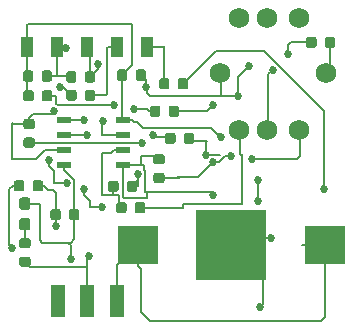
<source format=gtl>
G04 #@! TF.GenerationSoftware,KiCad,Pcbnew,(5.0.2)-1*
G04 #@! TF.CreationDate,2019-06-03T11:30:13-05:00*
G04 #@! TF.ProjectId,ppg,7070672e-6b69-4636-9164-5f7063625858,V01*
G04 #@! TF.SameCoordinates,Original*
G04 #@! TF.FileFunction,Copper,L1,Top*
G04 #@! TF.FilePolarity,Positive*
%FSLAX46Y46*%
G04 Gerber Fmt 4.6, Leading zero omitted, Abs format (unit mm)*
G04 Created by KiCad (PCBNEW (5.0.2)-1) date 6/3/2019 11:30:13 AM*
%MOMM*%
%LPD*%
G01*
G04 APERTURE LIST*
G04 #@! TA.AperFunction,SMDPad,CuDef*
%ADD10R,6.000000X6.000000*%
G04 #@! TD*
G04 #@! TA.AperFunction,SMDPad,CuDef*
%ADD11R,3.500000X3.300000*%
G04 #@! TD*
G04 #@! TA.AperFunction,Conductor*
%ADD12C,0.100000*%
G04 #@! TD*
G04 #@! TA.AperFunction,SMDPad,CuDef*
%ADD13C,0.875000*%
G04 #@! TD*
G04 #@! TA.AperFunction,SMDPad,CuDef*
%ADD14C,0.950000*%
G04 #@! TD*
G04 #@! TA.AperFunction,SMDPad,CuDef*
%ADD15R,1.250000X2.750000*%
G04 #@! TD*
G04 #@! TA.AperFunction,SMDPad,CuDef*
%ADD16R,1.200000X0.500000*%
G04 #@! TD*
G04 #@! TA.AperFunction,ComponentPad*
%ADD17C,1.750000*%
G04 #@! TD*
G04 #@! TA.AperFunction,SMDPad,CuDef*
%ADD18R,1.000000X1.750000*%
G04 #@! TD*
G04 #@! TA.AperFunction,ViaPad*
%ADD19C,0.685800*%
G04 #@! TD*
G04 #@! TA.AperFunction,Conductor*
%ADD20C,0.152400*%
G04 #@! TD*
G04 APERTURE END LIST*
D10*
G04 #@! TO.P,BT1,2*
G04 #@! TO.N,GND*
X125010000Y-112890000D03*
D11*
G04 #@! TO.P,BT1,1*
G04 #@! TO.N,Net-(BT1-Pad1)*
X132910000Y-112890000D03*
X117110000Y-112890000D03*
G04 #@! TD*
D12*
G04 #@! TO.N,/BT_status*
G04 #@! TO.C,R12*
G36*
X116826191Y-107476053D02*
X116847426Y-107479203D01*
X116868250Y-107484419D01*
X116888462Y-107491651D01*
X116907868Y-107500830D01*
X116926281Y-107511866D01*
X116943524Y-107524654D01*
X116959430Y-107539070D01*
X116973846Y-107554976D01*
X116986634Y-107572219D01*
X116997670Y-107590632D01*
X117006849Y-107610038D01*
X117014081Y-107630250D01*
X117019297Y-107651074D01*
X117022447Y-107672309D01*
X117023500Y-107693750D01*
X117023500Y-108206250D01*
X117022447Y-108227691D01*
X117019297Y-108248926D01*
X117014081Y-108269750D01*
X117006849Y-108289962D01*
X116997670Y-108309368D01*
X116986634Y-108327781D01*
X116973846Y-108345024D01*
X116959430Y-108360930D01*
X116943524Y-108375346D01*
X116926281Y-108388134D01*
X116907868Y-108399170D01*
X116888462Y-108408349D01*
X116868250Y-108415581D01*
X116847426Y-108420797D01*
X116826191Y-108423947D01*
X116804750Y-108425000D01*
X116367250Y-108425000D01*
X116345809Y-108423947D01*
X116324574Y-108420797D01*
X116303750Y-108415581D01*
X116283538Y-108408349D01*
X116264132Y-108399170D01*
X116245719Y-108388134D01*
X116228476Y-108375346D01*
X116212570Y-108360930D01*
X116198154Y-108345024D01*
X116185366Y-108327781D01*
X116174330Y-108309368D01*
X116165151Y-108289962D01*
X116157919Y-108269750D01*
X116152703Y-108248926D01*
X116149553Y-108227691D01*
X116148500Y-108206250D01*
X116148500Y-107693750D01*
X116149553Y-107672309D01*
X116152703Y-107651074D01*
X116157919Y-107630250D01*
X116165151Y-107610038D01*
X116174330Y-107590632D01*
X116185366Y-107572219D01*
X116198154Y-107554976D01*
X116212570Y-107539070D01*
X116228476Y-107524654D01*
X116245719Y-107511866D01*
X116264132Y-107500830D01*
X116283538Y-107491651D01*
X116303750Y-107484419D01*
X116324574Y-107479203D01*
X116345809Y-107476053D01*
X116367250Y-107475000D01*
X116804750Y-107475000D01*
X116826191Y-107476053D01*
X116826191Y-107476053D01*
G37*
D13*
G04 #@! TD*
G04 #@! TO.P,R12,1*
G04 #@! TO.N,/BT_status*
X116586000Y-107950000D03*
D12*
G04 #@! TO.N,Net-(R12-Pad2)*
G04 #@! TO.C,R12*
G36*
X115251191Y-107476053D02*
X115272426Y-107479203D01*
X115293250Y-107484419D01*
X115313462Y-107491651D01*
X115332868Y-107500830D01*
X115351281Y-107511866D01*
X115368524Y-107524654D01*
X115384430Y-107539070D01*
X115398846Y-107554976D01*
X115411634Y-107572219D01*
X115422670Y-107590632D01*
X115431849Y-107610038D01*
X115439081Y-107630250D01*
X115444297Y-107651074D01*
X115447447Y-107672309D01*
X115448500Y-107693750D01*
X115448500Y-108206250D01*
X115447447Y-108227691D01*
X115444297Y-108248926D01*
X115439081Y-108269750D01*
X115431849Y-108289962D01*
X115422670Y-108309368D01*
X115411634Y-108327781D01*
X115398846Y-108345024D01*
X115384430Y-108360930D01*
X115368524Y-108375346D01*
X115351281Y-108388134D01*
X115332868Y-108399170D01*
X115313462Y-108408349D01*
X115293250Y-108415581D01*
X115272426Y-108420797D01*
X115251191Y-108423947D01*
X115229750Y-108425000D01*
X114792250Y-108425000D01*
X114770809Y-108423947D01*
X114749574Y-108420797D01*
X114728750Y-108415581D01*
X114708538Y-108408349D01*
X114689132Y-108399170D01*
X114670719Y-108388134D01*
X114653476Y-108375346D01*
X114637570Y-108360930D01*
X114623154Y-108345024D01*
X114610366Y-108327781D01*
X114599330Y-108309368D01*
X114590151Y-108289962D01*
X114582919Y-108269750D01*
X114577703Y-108248926D01*
X114574553Y-108227691D01*
X114573500Y-108206250D01*
X114573500Y-107693750D01*
X114574553Y-107672309D01*
X114577703Y-107651074D01*
X114582919Y-107630250D01*
X114590151Y-107610038D01*
X114599330Y-107590632D01*
X114610366Y-107572219D01*
X114623154Y-107554976D01*
X114637570Y-107539070D01*
X114653476Y-107524654D01*
X114670719Y-107511866D01*
X114689132Y-107500830D01*
X114708538Y-107491651D01*
X114728750Y-107484419D01*
X114749574Y-107479203D01*
X114770809Y-107476053D01*
X114792250Y-107475000D01*
X115229750Y-107475000D01*
X115251191Y-107476053D01*
X115251191Y-107476053D01*
G37*
D13*
G04 #@! TD*
G04 #@! TO.P,R12,2*
G04 #@! TO.N,Net-(R12-Pad2)*
X115011000Y-107950000D03*
D12*
G04 #@! TO.N,/VDD*
G04 #@! TO.C,C2*
G36*
X108045191Y-98146053D02*
X108066426Y-98149203D01*
X108087250Y-98154419D01*
X108107462Y-98161651D01*
X108126868Y-98170830D01*
X108145281Y-98181866D01*
X108162524Y-98194654D01*
X108178430Y-98209070D01*
X108192846Y-98224976D01*
X108205634Y-98242219D01*
X108216670Y-98260632D01*
X108225849Y-98280038D01*
X108233081Y-98300250D01*
X108238297Y-98321074D01*
X108241447Y-98342309D01*
X108242500Y-98363750D01*
X108242500Y-98876250D01*
X108241447Y-98897691D01*
X108238297Y-98918926D01*
X108233081Y-98939750D01*
X108225849Y-98959962D01*
X108216670Y-98979368D01*
X108205634Y-98997781D01*
X108192846Y-99015024D01*
X108178430Y-99030930D01*
X108162524Y-99045346D01*
X108145281Y-99058134D01*
X108126868Y-99069170D01*
X108107462Y-99078349D01*
X108087250Y-99085581D01*
X108066426Y-99090797D01*
X108045191Y-99093947D01*
X108023750Y-99095000D01*
X107586250Y-99095000D01*
X107564809Y-99093947D01*
X107543574Y-99090797D01*
X107522750Y-99085581D01*
X107502538Y-99078349D01*
X107483132Y-99069170D01*
X107464719Y-99058134D01*
X107447476Y-99045346D01*
X107431570Y-99030930D01*
X107417154Y-99015024D01*
X107404366Y-98997781D01*
X107393330Y-98979368D01*
X107384151Y-98959962D01*
X107376919Y-98939750D01*
X107371703Y-98918926D01*
X107368553Y-98897691D01*
X107367500Y-98876250D01*
X107367500Y-98363750D01*
X107368553Y-98342309D01*
X107371703Y-98321074D01*
X107376919Y-98300250D01*
X107384151Y-98280038D01*
X107393330Y-98260632D01*
X107404366Y-98242219D01*
X107417154Y-98224976D01*
X107431570Y-98209070D01*
X107447476Y-98194654D01*
X107464719Y-98181866D01*
X107483132Y-98170830D01*
X107502538Y-98161651D01*
X107522750Y-98154419D01*
X107543574Y-98149203D01*
X107564809Y-98146053D01*
X107586250Y-98145000D01*
X108023750Y-98145000D01*
X108045191Y-98146053D01*
X108045191Y-98146053D01*
G37*
D13*
G04 #@! TD*
G04 #@! TO.P,C2,1*
G04 #@! TO.N,/VDD*
X107805000Y-98620000D03*
D12*
G04 #@! TO.N,GND*
G04 #@! TO.C,C2*
G36*
X109620191Y-98146053D02*
X109641426Y-98149203D01*
X109662250Y-98154419D01*
X109682462Y-98161651D01*
X109701868Y-98170830D01*
X109720281Y-98181866D01*
X109737524Y-98194654D01*
X109753430Y-98209070D01*
X109767846Y-98224976D01*
X109780634Y-98242219D01*
X109791670Y-98260632D01*
X109800849Y-98280038D01*
X109808081Y-98300250D01*
X109813297Y-98321074D01*
X109816447Y-98342309D01*
X109817500Y-98363750D01*
X109817500Y-98876250D01*
X109816447Y-98897691D01*
X109813297Y-98918926D01*
X109808081Y-98939750D01*
X109800849Y-98959962D01*
X109791670Y-98979368D01*
X109780634Y-98997781D01*
X109767846Y-99015024D01*
X109753430Y-99030930D01*
X109737524Y-99045346D01*
X109720281Y-99058134D01*
X109701868Y-99069170D01*
X109682462Y-99078349D01*
X109662250Y-99085581D01*
X109641426Y-99090797D01*
X109620191Y-99093947D01*
X109598750Y-99095000D01*
X109161250Y-99095000D01*
X109139809Y-99093947D01*
X109118574Y-99090797D01*
X109097750Y-99085581D01*
X109077538Y-99078349D01*
X109058132Y-99069170D01*
X109039719Y-99058134D01*
X109022476Y-99045346D01*
X109006570Y-99030930D01*
X108992154Y-99015024D01*
X108979366Y-98997781D01*
X108968330Y-98979368D01*
X108959151Y-98959962D01*
X108951919Y-98939750D01*
X108946703Y-98918926D01*
X108943553Y-98897691D01*
X108942500Y-98876250D01*
X108942500Y-98363750D01*
X108943553Y-98342309D01*
X108946703Y-98321074D01*
X108951919Y-98300250D01*
X108959151Y-98280038D01*
X108968330Y-98260632D01*
X108979366Y-98242219D01*
X108992154Y-98224976D01*
X109006570Y-98209070D01*
X109022476Y-98194654D01*
X109039719Y-98181866D01*
X109058132Y-98170830D01*
X109077538Y-98161651D01*
X109097750Y-98154419D01*
X109118574Y-98149203D01*
X109139809Y-98146053D01*
X109161250Y-98145000D01*
X109598750Y-98145000D01*
X109620191Y-98146053D01*
X109620191Y-98146053D01*
G37*
D13*
G04 #@! TD*
G04 #@! TO.P,C2,2*
G04 #@! TO.N,GND*
X109380000Y-98620000D03*
D12*
G04 #@! TO.N,/VDD*
G04 #@! TO.C,C3*
G36*
X116005191Y-98066053D02*
X116026426Y-98069203D01*
X116047250Y-98074419D01*
X116067462Y-98081651D01*
X116086868Y-98090830D01*
X116105281Y-98101866D01*
X116122524Y-98114654D01*
X116138430Y-98129070D01*
X116152846Y-98144976D01*
X116165634Y-98162219D01*
X116176670Y-98180632D01*
X116185849Y-98200038D01*
X116193081Y-98220250D01*
X116198297Y-98241074D01*
X116201447Y-98262309D01*
X116202500Y-98283750D01*
X116202500Y-98796250D01*
X116201447Y-98817691D01*
X116198297Y-98838926D01*
X116193081Y-98859750D01*
X116185849Y-98879962D01*
X116176670Y-98899368D01*
X116165634Y-98917781D01*
X116152846Y-98935024D01*
X116138430Y-98950930D01*
X116122524Y-98965346D01*
X116105281Y-98978134D01*
X116086868Y-98989170D01*
X116067462Y-98998349D01*
X116047250Y-99005581D01*
X116026426Y-99010797D01*
X116005191Y-99013947D01*
X115983750Y-99015000D01*
X115546250Y-99015000D01*
X115524809Y-99013947D01*
X115503574Y-99010797D01*
X115482750Y-99005581D01*
X115462538Y-98998349D01*
X115443132Y-98989170D01*
X115424719Y-98978134D01*
X115407476Y-98965346D01*
X115391570Y-98950930D01*
X115377154Y-98935024D01*
X115364366Y-98917781D01*
X115353330Y-98899368D01*
X115344151Y-98879962D01*
X115336919Y-98859750D01*
X115331703Y-98838926D01*
X115328553Y-98817691D01*
X115327500Y-98796250D01*
X115327500Y-98283750D01*
X115328553Y-98262309D01*
X115331703Y-98241074D01*
X115336919Y-98220250D01*
X115344151Y-98200038D01*
X115353330Y-98180632D01*
X115364366Y-98162219D01*
X115377154Y-98144976D01*
X115391570Y-98129070D01*
X115407476Y-98114654D01*
X115424719Y-98101866D01*
X115443132Y-98090830D01*
X115462538Y-98081651D01*
X115482750Y-98074419D01*
X115503574Y-98069203D01*
X115524809Y-98066053D01*
X115546250Y-98065000D01*
X115983750Y-98065000D01*
X116005191Y-98066053D01*
X116005191Y-98066053D01*
G37*
D13*
G04 #@! TD*
G04 #@! TO.P,C3,2*
G04 #@! TO.N,/VDD*
X115765000Y-98540000D03*
D12*
G04 #@! TO.N,GND*
G04 #@! TO.C,C3*
G36*
X117580191Y-98066053D02*
X117601426Y-98069203D01*
X117622250Y-98074419D01*
X117642462Y-98081651D01*
X117661868Y-98090830D01*
X117680281Y-98101866D01*
X117697524Y-98114654D01*
X117713430Y-98129070D01*
X117727846Y-98144976D01*
X117740634Y-98162219D01*
X117751670Y-98180632D01*
X117760849Y-98200038D01*
X117768081Y-98220250D01*
X117773297Y-98241074D01*
X117776447Y-98262309D01*
X117777500Y-98283750D01*
X117777500Y-98796250D01*
X117776447Y-98817691D01*
X117773297Y-98838926D01*
X117768081Y-98859750D01*
X117760849Y-98879962D01*
X117751670Y-98899368D01*
X117740634Y-98917781D01*
X117727846Y-98935024D01*
X117713430Y-98950930D01*
X117697524Y-98965346D01*
X117680281Y-98978134D01*
X117661868Y-98989170D01*
X117642462Y-98998349D01*
X117622250Y-99005581D01*
X117601426Y-99010797D01*
X117580191Y-99013947D01*
X117558750Y-99015000D01*
X117121250Y-99015000D01*
X117099809Y-99013947D01*
X117078574Y-99010797D01*
X117057750Y-99005581D01*
X117037538Y-98998349D01*
X117018132Y-98989170D01*
X116999719Y-98978134D01*
X116982476Y-98965346D01*
X116966570Y-98950930D01*
X116952154Y-98935024D01*
X116939366Y-98917781D01*
X116928330Y-98899368D01*
X116919151Y-98879962D01*
X116911919Y-98859750D01*
X116906703Y-98838926D01*
X116903553Y-98817691D01*
X116902500Y-98796250D01*
X116902500Y-98283750D01*
X116903553Y-98262309D01*
X116906703Y-98241074D01*
X116911919Y-98220250D01*
X116919151Y-98200038D01*
X116928330Y-98180632D01*
X116939366Y-98162219D01*
X116952154Y-98144976D01*
X116966570Y-98129070D01*
X116982476Y-98114654D01*
X116999719Y-98101866D01*
X117018132Y-98090830D01*
X117037538Y-98081651D01*
X117057750Y-98074419D01*
X117078574Y-98069203D01*
X117099809Y-98066053D01*
X117121250Y-98065000D01*
X117558750Y-98065000D01*
X117580191Y-98066053D01*
X117580191Y-98066053D01*
G37*
D13*
G04 #@! TD*
G04 #@! TO.P,C3,1*
G04 #@! TO.N,GND*
X117340000Y-98540000D03*
D12*
G04 #@! TO.N,GND*
G04 #@! TO.C,C4*
G36*
X132015191Y-95284053D02*
X132036426Y-95287203D01*
X132057250Y-95292419D01*
X132077462Y-95299651D01*
X132096868Y-95308830D01*
X132115281Y-95319866D01*
X132132524Y-95332654D01*
X132148430Y-95347070D01*
X132162846Y-95362976D01*
X132175634Y-95380219D01*
X132186670Y-95398632D01*
X132195849Y-95418038D01*
X132203081Y-95438250D01*
X132208297Y-95459074D01*
X132211447Y-95480309D01*
X132212500Y-95501750D01*
X132212500Y-96014250D01*
X132211447Y-96035691D01*
X132208297Y-96056926D01*
X132203081Y-96077750D01*
X132195849Y-96097962D01*
X132186670Y-96117368D01*
X132175634Y-96135781D01*
X132162846Y-96153024D01*
X132148430Y-96168930D01*
X132132524Y-96183346D01*
X132115281Y-96196134D01*
X132096868Y-96207170D01*
X132077462Y-96216349D01*
X132057250Y-96223581D01*
X132036426Y-96228797D01*
X132015191Y-96231947D01*
X131993750Y-96233000D01*
X131556250Y-96233000D01*
X131534809Y-96231947D01*
X131513574Y-96228797D01*
X131492750Y-96223581D01*
X131472538Y-96216349D01*
X131453132Y-96207170D01*
X131434719Y-96196134D01*
X131417476Y-96183346D01*
X131401570Y-96168930D01*
X131387154Y-96153024D01*
X131374366Y-96135781D01*
X131363330Y-96117368D01*
X131354151Y-96097962D01*
X131346919Y-96077750D01*
X131341703Y-96056926D01*
X131338553Y-96035691D01*
X131337500Y-96014250D01*
X131337500Y-95501750D01*
X131338553Y-95480309D01*
X131341703Y-95459074D01*
X131346919Y-95438250D01*
X131354151Y-95418038D01*
X131363330Y-95398632D01*
X131374366Y-95380219D01*
X131387154Y-95362976D01*
X131401570Y-95347070D01*
X131417476Y-95332654D01*
X131434719Y-95319866D01*
X131453132Y-95308830D01*
X131472538Y-95299651D01*
X131492750Y-95292419D01*
X131513574Y-95287203D01*
X131534809Y-95284053D01*
X131556250Y-95283000D01*
X131993750Y-95283000D01*
X132015191Y-95284053D01*
X132015191Y-95284053D01*
G37*
D13*
G04 #@! TD*
G04 #@! TO.P,C4,1*
G04 #@! TO.N,GND*
X131775000Y-95758000D03*
D12*
G04 #@! TO.N,/VDD*
G04 #@! TO.C,C4*
G36*
X133590191Y-95284053D02*
X133611426Y-95287203D01*
X133632250Y-95292419D01*
X133652462Y-95299651D01*
X133671868Y-95308830D01*
X133690281Y-95319866D01*
X133707524Y-95332654D01*
X133723430Y-95347070D01*
X133737846Y-95362976D01*
X133750634Y-95380219D01*
X133761670Y-95398632D01*
X133770849Y-95418038D01*
X133778081Y-95438250D01*
X133783297Y-95459074D01*
X133786447Y-95480309D01*
X133787500Y-95501750D01*
X133787500Y-96014250D01*
X133786447Y-96035691D01*
X133783297Y-96056926D01*
X133778081Y-96077750D01*
X133770849Y-96097962D01*
X133761670Y-96117368D01*
X133750634Y-96135781D01*
X133737846Y-96153024D01*
X133723430Y-96168930D01*
X133707524Y-96183346D01*
X133690281Y-96196134D01*
X133671868Y-96207170D01*
X133652462Y-96216349D01*
X133632250Y-96223581D01*
X133611426Y-96228797D01*
X133590191Y-96231947D01*
X133568750Y-96233000D01*
X133131250Y-96233000D01*
X133109809Y-96231947D01*
X133088574Y-96228797D01*
X133067750Y-96223581D01*
X133047538Y-96216349D01*
X133028132Y-96207170D01*
X133009719Y-96196134D01*
X132992476Y-96183346D01*
X132976570Y-96168930D01*
X132962154Y-96153024D01*
X132949366Y-96135781D01*
X132938330Y-96117368D01*
X132929151Y-96097962D01*
X132921919Y-96077750D01*
X132916703Y-96056926D01*
X132913553Y-96035691D01*
X132912500Y-96014250D01*
X132912500Y-95501750D01*
X132913553Y-95480309D01*
X132916703Y-95459074D01*
X132921919Y-95438250D01*
X132929151Y-95418038D01*
X132938330Y-95398632D01*
X132949366Y-95380219D01*
X132962154Y-95362976D01*
X132976570Y-95347070D01*
X132992476Y-95332654D01*
X133009719Y-95319866D01*
X133028132Y-95308830D01*
X133047538Y-95299651D01*
X133067750Y-95292419D01*
X133088574Y-95287203D01*
X133109809Y-95284053D01*
X133131250Y-95283000D01*
X133568750Y-95283000D01*
X133590191Y-95284053D01*
X133590191Y-95284053D01*
G37*
D13*
G04 #@! TD*
G04 #@! TO.P,C4,2*
G04 #@! TO.N,/VDD*
X133350000Y-95758000D03*
D12*
G04 #@! TO.N,GND*
G04 #@! TO.C,D1*
G36*
X107780779Y-108896144D02*
X107803834Y-108899563D01*
X107826443Y-108905227D01*
X107848387Y-108913079D01*
X107869457Y-108923044D01*
X107889448Y-108935026D01*
X107908168Y-108948910D01*
X107925438Y-108964562D01*
X107941090Y-108981832D01*
X107954974Y-109000552D01*
X107966956Y-109020543D01*
X107976921Y-109041613D01*
X107984773Y-109063557D01*
X107990437Y-109086166D01*
X107993856Y-109109221D01*
X107995000Y-109132500D01*
X107995000Y-109707500D01*
X107993856Y-109730779D01*
X107990437Y-109753834D01*
X107984773Y-109776443D01*
X107976921Y-109798387D01*
X107966956Y-109819457D01*
X107954974Y-109839448D01*
X107941090Y-109858168D01*
X107925438Y-109875438D01*
X107908168Y-109891090D01*
X107889448Y-109904974D01*
X107869457Y-109916956D01*
X107848387Y-109926921D01*
X107826443Y-109934773D01*
X107803834Y-109940437D01*
X107780779Y-109943856D01*
X107757500Y-109945000D01*
X107282500Y-109945000D01*
X107259221Y-109943856D01*
X107236166Y-109940437D01*
X107213557Y-109934773D01*
X107191613Y-109926921D01*
X107170543Y-109916956D01*
X107150552Y-109904974D01*
X107131832Y-109891090D01*
X107114562Y-109875438D01*
X107098910Y-109858168D01*
X107085026Y-109839448D01*
X107073044Y-109819457D01*
X107063079Y-109798387D01*
X107055227Y-109776443D01*
X107049563Y-109753834D01*
X107046144Y-109730779D01*
X107045000Y-109707500D01*
X107045000Y-109132500D01*
X107046144Y-109109221D01*
X107049563Y-109086166D01*
X107055227Y-109063557D01*
X107063079Y-109041613D01*
X107073044Y-109020543D01*
X107085026Y-109000552D01*
X107098910Y-108981832D01*
X107114562Y-108964562D01*
X107131832Y-108948910D01*
X107150552Y-108935026D01*
X107170543Y-108923044D01*
X107191613Y-108913079D01*
X107213557Y-108905227D01*
X107236166Y-108899563D01*
X107259221Y-108896144D01*
X107282500Y-108895000D01*
X107757500Y-108895000D01*
X107780779Y-108896144D01*
X107780779Y-108896144D01*
G37*
D14*
G04 #@! TD*
G04 #@! TO.P,D1,1*
G04 #@! TO.N,GND*
X107520000Y-109420000D03*
D12*
G04 #@! TO.N,Net-(D1-Pad2)*
G04 #@! TO.C,D1*
G36*
X107780779Y-110646144D02*
X107803834Y-110649563D01*
X107826443Y-110655227D01*
X107848387Y-110663079D01*
X107869457Y-110673044D01*
X107889448Y-110685026D01*
X107908168Y-110698910D01*
X107925438Y-110714562D01*
X107941090Y-110731832D01*
X107954974Y-110750552D01*
X107966956Y-110770543D01*
X107976921Y-110791613D01*
X107984773Y-110813557D01*
X107990437Y-110836166D01*
X107993856Y-110859221D01*
X107995000Y-110882500D01*
X107995000Y-111457500D01*
X107993856Y-111480779D01*
X107990437Y-111503834D01*
X107984773Y-111526443D01*
X107976921Y-111548387D01*
X107966956Y-111569457D01*
X107954974Y-111589448D01*
X107941090Y-111608168D01*
X107925438Y-111625438D01*
X107908168Y-111641090D01*
X107889448Y-111654974D01*
X107869457Y-111666956D01*
X107848387Y-111676921D01*
X107826443Y-111684773D01*
X107803834Y-111690437D01*
X107780779Y-111693856D01*
X107757500Y-111695000D01*
X107282500Y-111695000D01*
X107259221Y-111693856D01*
X107236166Y-111690437D01*
X107213557Y-111684773D01*
X107191613Y-111676921D01*
X107170543Y-111666956D01*
X107150552Y-111654974D01*
X107131832Y-111641090D01*
X107114562Y-111625438D01*
X107098910Y-111608168D01*
X107085026Y-111589448D01*
X107073044Y-111569457D01*
X107063079Y-111548387D01*
X107055227Y-111526443D01*
X107049563Y-111503834D01*
X107046144Y-111480779D01*
X107045000Y-111457500D01*
X107045000Y-110882500D01*
X107046144Y-110859221D01*
X107049563Y-110836166D01*
X107055227Y-110813557D01*
X107063079Y-110791613D01*
X107073044Y-110770543D01*
X107085026Y-110750552D01*
X107098910Y-110731832D01*
X107114562Y-110714562D01*
X107131832Y-110698910D01*
X107150552Y-110685026D01*
X107170543Y-110673044D01*
X107191613Y-110663079D01*
X107213557Y-110655227D01*
X107236166Y-110649563D01*
X107259221Y-110646144D01*
X107282500Y-110645000D01*
X107757500Y-110645000D01*
X107780779Y-110646144D01*
X107780779Y-110646144D01*
G37*
D14*
G04 #@! TD*
G04 #@! TO.P,D1,2*
G04 #@! TO.N,Net-(D1-Pad2)*
X107520000Y-111170000D03*
D12*
G04 #@! TO.N,GND*
G04 #@! TO.C,D2*
G36*
X121652191Y-103412053D02*
X121673426Y-103415203D01*
X121694250Y-103420419D01*
X121714462Y-103427651D01*
X121733868Y-103436830D01*
X121752281Y-103447866D01*
X121769524Y-103460654D01*
X121785430Y-103475070D01*
X121799846Y-103490976D01*
X121812634Y-103508219D01*
X121823670Y-103526632D01*
X121832849Y-103546038D01*
X121840081Y-103566250D01*
X121845297Y-103587074D01*
X121848447Y-103608309D01*
X121849500Y-103629750D01*
X121849500Y-104142250D01*
X121848447Y-104163691D01*
X121845297Y-104184926D01*
X121840081Y-104205750D01*
X121832849Y-104225962D01*
X121823670Y-104245368D01*
X121812634Y-104263781D01*
X121799846Y-104281024D01*
X121785430Y-104296930D01*
X121769524Y-104311346D01*
X121752281Y-104324134D01*
X121733868Y-104335170D01*
X121714462Y-104344349D01*
X121694250Y-104351581D01*
X121673426Y-104356797D01*
X121652191Y-104359947D01*
X121630750Y-104361000D01*
X121193250Y-104361000D01*
X121171809Y-104359947D01*
X121150574Y-104356797D01*
X121129750Y-104351581D01*
X121109538Y-104344349D01*
X121090132Y-104335170D01*
X121071719Y-104324134D01*
X121054476Y-104311346D01*
X121038570Y-104296930D01*
X121024154Y-104281024D01*
X121011366Y-104263781D01*
X121000330Y-104245368D01*
X120991151Y-104225962D01*
X120983919Y-104205750D01*
X120978703Y-104184926D01*
X120975553Y-104163691D01*
X120974500Y-104142250D01*
X120974500Y-103629750D01*
X120975553Y-103608309D01*
X120978703Y-103587074D01*
X120983919Y-103566250D01*
X120991151Y-103546038D01*
X121000330Y-103526632D01*
X121011366Y-103508219D01*
X121024154Y-103490976D01*
X121038570Y-103475070D01*
X121054476Y-103460654D01*
X121071719Y-103447866D01*
X121090132Y-103436830D01*
X121109538Y-103427651D01*
X121129750Y-103420419D01*
X121150574Y-103415203D01*
X121171809Y-103412053D01*
X121193250Y-103411000D01*
X121630750Y-103411000D01*
X121652191Y-103412053D01*
X121652191Y-103412053D01*
G37*
D13*
G04 #@! TD*
G04 #@! TO.P,D2,1*
G04 #@! TO.N,GND*
X121412000Y-103886000D03*
D12*
G04 #@! TO.N,Net-(D2-Pad2)*
G04 #@! TO.C,D2*
G36*
X120077191Y-103412053D02*
X120098426Y-103415203D01*
X120119250Y-103420419D01*
X120139462Y-103427651D01*
X120158868Y-103436830D01*
X120177281Y-103447866D01*
X120194524Y-103460654D01*
X120210430Y-103475070D01*
X120224846Y-103490976D01*
X120237634Y-103508219D01*
X120248670Y-103526632D01*
X120257849Y-103546038D01*
X120265081Y-103566250D01*
X120270297Y-103587074D01*
X120273447Y-103608309D01*
X120274500Y-103629750D01*
X120274500Y-104142250D01*
X120273447Y-104163691D01*
X120270297Y-104184926D01*
X120265081Y-104205750D01*
X120257849Y-104225962D01*
X120248670Y-104245368D01*
X120237634Y-104263781D01*
X120224846Y-104281024D01*
X120210430Y-104296930D01*
X120194524Y-104311346D01*
X120177281Y-104324134D01*
X120158868Y-104335170D01*
X120139462Y-104344349D01*
X120119250Y-104351581D01*
X120098426Y-104356797D01*
X120077191Y-104359947D01*
X120055750Y-104361000D01*
X119618250Y-104361000D01*
X119596809Y-104359947D01*
X119575574Y-104356797D01*
X119554750Y-104351581D01*
X119534538Y-104344349D01*
X119515132Y-104335170D01*
X119496719Y-104324134D01*
X119479476Y-104311346D01*
X119463570Y-104296930D01*
X119449154Y-104281024D01*
X119436366Y-104263781D01*
X119425330Y-104245368D01*
X119416151Y-104225962D01*
X119408919Y-104205750D01*
X119403703Y-104184926D01*
X119400553Y-104163691D01*
X119399500Y-104142250D01*
X119399500Y-103629750D01*
X119400553Y-103608309D01*
X119403703Y-103587074D01*
X119408919Y-103566250D01*
X119416151Y-103546038D01*
X119425330Y-103526632D01*
X119436366Y-103508219D01*
X119449154Y-103490976D01*
X119463570Y-103475070D01*
X119479476Y-103460654D01*
X119496719Y-103447866D01*
X119515132Y-103436830D01*
X119534538Y-103427651D01*
X119554750Y-103420419D01*
X119575574Y-103415203D01*
X119596809Y-103412053D01*
X119618250Y-103411000D01*
X120055750Y-103411000D01*
X120077191Y-103412053D01*
X120077191Y-103412053D01*
G37*
D13*
G04 #@! TD*
G04 #@! TO.P,D2,2*
G04 #@! TO.N,Net-(D2-Pad2)*
X119837000Y-103886000D03*
D12*
G04 #@! TO.N,/VDD*
G04 #@! TO.C,R2*
G36*
X107807691Y-113903553D02*
X107828926Y-113906703D01*
X107849750Y-113911919D01*
X107869962Y-113919151D01*
X107889368Y-113928330D01*
X107907781Y-113939366D01*
X107925024Y-113952154D01*
X107940930Y-113966570D01*
X107955346Y-113982476D01*
X107968134Y-113999719D01*
X107979170Y-114018132D01*
X107988349Y-114037538D01*
X107995581Y-114057750D01*
X108000797Y-114078574D01*
X108003947Y-114099809D01*
X108005000Y-114121250D01*
X108005000Y-114558750D01*
X108003947Y-114580191D01*
X108000797Y-114601426D01*
X107995581Y-114622250D01*
X107988349Y-114642462D01*
X107979170Y-114661868D01*
X107968134Y-114680281D01*
X107955346Y-114697524D01*
X107940930Y-114713430D01*
X107925024Y-114727846D01*
X107907781Y-114740634D01*
X107889368Y-114751670D01*
X107869962Y-114760849D01*
X107849750Y-114768081D01*
X107828926Y-114773297D01*
X107807691Y-114776447D01*
X107786250Y-114777500D01*
X107273750Y-114777500D01*
X107252309Y-114776447D01*
X107231074Y-114773297D01*
X107210250Y-114768081D01*
X107190038Y-114760849D01*
X107170632Y-114751670D01*
X107152219Y-114740634D01*
X107134976Y-114727846D01*
X107119070Y-114713430D01*
X107104654Y-114697524D01*
X107091866Y-114680281D01*
X107080830Y-114661868D01*
X107071651Y-114642462D01*
X107064419Y-114622250D01*
X107059203Y-114601426D01*
X107056053Y-114580191D01*
X107055000Y-114558750D01*
X107055000Y-114121250D01*
X107056053Y-114099809D01*
X107059203Y-114078574D01*
X107064419Y-114057750D01*
X107071651Y-114037538D01*
X107080830Y-114018132D01*
X107091866Y-113999719D01*
X107104654Y-113982476D01*
X107119070Y-113966570D01*
X107134976Y-113952154D01*
X107152219Y-113939366D01*
X107170632Y-113928330D01*
X107190038Y-113919151D01*
X107210250Y-113911919D01*
X107231074Y-113906703D01*
X107252309Y-113903553D01*
X107273750Y-113902500D01*
X107786250Y-113902500D01*
X107807691Y-113903553D01*
X107807691Y-113903553D01*
G37*
D13*
G04 #@! TD*
G04 #@! TO.P,R2,2*
G04 #@! TO.N,/VDD*
X107530000Y-114340000D03*
D12*
G04 #@! TO.N,Net-(D1-Pad2)*
G04 #@! TO.C,R2*
G36*
X107807691Y-112328553D02*
X107828926Y-112331703D01*
X107849750Y-112336919D01*
X107869962Y-112344151D01*
X107889368Y-112353330D01*
X107907781Y-112364366D01*
X107925024Y-112377154D01*
X107940930Y-112391570D01*
X107955346Y-112407476D01*
X107968134Y-112424719D01*
X107979170Y-112443132D01*
X107988349Y-112462538D01*
X107995581Y-112482750D01*
X108000797Y-112503574D01*
X108003947Y-112524809D01*
X108005000Y-112546250D01*
X108005000Y-112983750D01*
X108003947Y-113005191D01*
X108000797Y-113026426D01*
X107995581Y-113047250D01*
X107988349Y-113067462D01*
X107979170Y-113086868D01*
X107968134Y-113105281D01*
X107955346Y-113122524D01*
X107940930Y-113138430D01*
X107925024Y-113152846D01*
X107907781Y-113165634D01*
X107889368Y-113176670D01*
X107869962Y-113185849D01*
X107849750Y-113193081D01*
X107828926Y-113198297D01*
X107807691Y-113201447D01*
X107786250Y-113202500D01*
X107273750Y-113202500D01*
X107252309Y-113201447D01*
X107231074Y-113198297D01*
X107210250Y-113193081D01*
X107190038Y-113185849D01*
X107170632Y-113176670D01*
X107152219Y-113165634D01*
X107134976Y-113152846D01*
X107119070Y-113138430D01*
X107104654Y-113122524D01*
X107091866Y-113105281D01*
X107080830Y-113086868D01*
X107071651Y-113067462D01*
X107064419Y-113047250D01*
X107059203Y-113026426D01*
X107056053Y-113005191D01*
X107055000Y-112983750D01*
X107055000Y-112546250D01*
X107056053Y-112524809D01*
X107059203Y-112503574D01*
X107064419Y-112482750D01*
X107071651Y-112462538D01*
X107080830Y-112443132D01*
X107091866Y-112424719D01*
X107104654Y-112407476D01*
X107119070Y-112391570D01*
X107134976Y-112377154D01*
X107152219Y-112364366D01*
X107170632Y-112353330D01*
X107190038Y-112344151D01*
X107210250Y-112336919D01*
X107231074Y-112331703D01*
X107252309Y-112328553D01*
X107273750Y-112327500D01*
X107786250Y-112327500D01*
X107807691Y-112328553D01*
X107807691Y-112328553D01*
G37*
D13*
G04 #@! TD*
G04 #@! TO.P,R2,1*
G04 #@! TO.N,Net-(D1-Pad2)*
X107530000Y-112765000D03*
D12*
G04 #@! TO.N,Net-(R3-Pad1)*
G04 #@! TO.C,R3*
G36*
X107280191Y-107446053D02*
X107301426Y-107449203D01*
X107322250Y-107454419D01*
X107342462Y-107461651D01*
X107361868Y-107470830D01*
X107380281Y-107481866D01*
X107397524Y-107494654D01*
X107413430Y-107509070D01*
X107427846Y-107524976D01*
X107440634Y-107542219D01*
X107451670Y-107560632D01*
X107460849Y-107580038D01*
X107468081Y-107600250D01*
X107473297Y-107621074D01*
X107476447Y-107642309D01*
X107477500Y-107663750D01*
X107477500Y-108176250D01*
X107476447Y-108197691D01*
X107473297Y-108218926D01*
X107468081Y-108239750D01*
X107460849Y-108259962D01*
X107451670Y-108279368D01*
X107440634Y-108297781D01*
X107427846Y-108315024D01*
X107413430Y-108330930D01*
X107397524Y-108345346D01*
X107380281Y-108358134D01*
X107361868Y-108369170D01*
X107342462Y-108378349D01*
X107322250Y-108385581D01*
X107301426Y-108390797D01*
X107280191Y-108393947D01*
X107258750Y-108395000D01*
X106821250Y-108395000D01*
X106799809Y-108393947D01*
X106778574Y-108390797D01*
X106757750Y-108385581D01*
X106737538Y-108378349D01*
X106718132Y-108369170D01*
X106699719Y-108358134D01*
X106682476Y-108345346D01*
X106666570Y-108330930D01*
X106652154Y-108315024D01*
X106639366Y-108297781D01*
X106628330Y-108279368D01*
X106619151Y-108259962D01*
X106611919Y-108239750D01*
X106606703Y-108218926D01*
X106603553Y-108197691D01*
X106602500Y-108176250D01*
X106602500Y-107663750D01*
X106603553Y-107642309D01*
X106606703Y-107621074D01*
X106611919Y-107600250D01*
X106619151Y-107580038D01*
X106628330Y-107560632D01*
X106639366Y-107542219D01*
X106652154Y-107524976D01*
X106666570Y-107509070D01*
X106682476Y-107494654D01*
X106699719Y-107481866D01*
X106718132Y-107470830D01*
X106737538Y-107461651D01*
X106757750Y-107454419D01*
X106778574Y-107449203D01*
X106799809Y-107446053D01*
X106821250Y-107445000D01*
X107258750Y-107445000D01*
X107280191Y-107446053D01*
X107280191Y-107446053D01*
G37*
D13*
G04 #@! TD*
G04 #@! TO.P,R3,1*
G04 #@! TO.N,Net-(R3-Pad1)*
X107040000Y-107920000D03*
D12*
G04 #@! TO.N,Net-(R3-Pad2)*
G04 #@! TO.C,R3*
G36*
X108855191Y-107446053D02*
X108876426Y-107449203D01*
X108897250Y-107454419D01*
X108917462Y-107461651D01*
X108936868Y-107470830D01*
X108955281Y-107481866D01*
X108972524Y-107494654D01*
X108988430Y-107509070D01*
X109002846Y-107524976D01*
X109015634Y-107542219D01*
X109026670Y-107560632D01*
X109035849Y-107580038D01*
X109043081Y-107600250D01*
X109048297Y-107621074D01*
X109051447Y-107642309D01*
X109052500Y-107663750D01*
X109052500Y-108176250D01*
X109051447Y-108197691D01*
X109048297Y-108218926D01*
X109043081Y-108239750D01*
X109035849Y-108259962D01*
X109026670Y-108279368D01*
X109015634Y-108297781D01*
X109002846Y-108315024D01*
X108988430Y-108330930D01*
X108972524Y-108345346D01*
X108955281Y-108358134D01*
X108936868Y-108369170D01*
X108917462Y-108378349D01*
X108897250Y-108385581D01*
X108876426Y-108390797D01*
X108855191Y-108393947D01*
X108833750Y-108395000D01*
X108396250Y-108395000D01*
X108374809Y-108393947D01*
X108353574Y-108390797D01*
X108332750Y-108385581D01*
X108312538Y-108378349D01*
X108293132Y-108369170D01*
X108274719Y-108358134D01*
X108257476Y-108345346D01*
X108241570Y-108330930D01*
X108227154Y-108315024D01*
X108214366Y-108297781D01*
X108203330Y-108279368D01*
X108194151Y-108259962D01*
X108186919Y-108239750D01*
X108181703Y-108218926D01*
X108178553Y-108197691D01*
X108177500Y-108176250D01*
X108177500Y-107663750D01*
X108178553Y-107642309D01*
X108181703Y-107621074D01*
X108186919Y-107600250D01*
X108194151Y-107580038D01*
X108203330Y-107560632D01*
X108214366Y-107542219D01*
X108227154Y-107524976D01*
X108241570Y-107509070D01*
X108257476Y-107494654D01*
X108274719Y-107481866D01*
X108293132Y-107470830D01*
X108312538Y-107461651D01*
X108332750Y-107454419D01*
X108353574Y-107449203D01*
X108374809Y-107446053D01*
X108396250Y-107445000D01*
X108833750Y-107445000D01*
X108855191Y-107446053D01*
X108855191Y-107446053D01*
G37*
D13*
G04 #@! TD*
G04 #@! TO.P,R3,2*
G04 #@! TO.N,Net-(R3-Pad2)*
X108615000Y-107920000D03*
D12*
G04 #@! TO.N,GND*
G04 #@! TO.C,R4*
G36*
X111935191Y-109876053D02*
X111956426Y-109879203D01*
X111977250Y-109884419D01*
X111997462Y-109891651D01*
X112016868Y-109900830D01*
X112035281Y-109911866D01*
X112052524Y-109924654D01*
X112068430Y-109939070D01*
X112082846Y-109954976D01*
X112095634Y-109972219D01*
X112106670Y-109990632D01*
X112115849Y-110010038D01*
X112123081Y-110030250D01*
X112128297Y-110051074D01*
X112131447Y-110072309D01*
X112132500Y-110093750D01*
X112132500Y-110606250D01*
X112131447Y-110627691D01*
X112128297Y-110648926D01*
X112123081Y-110669750D01*
X112115849Y-110689962D01*
X112106670Y-110709368D01*
X112095634Y-110727781D01*
X112082846Y-110745024D01*
X112068430Y-110760930D01*
X112052524Y-110775346D01*
X112035281Y-110788134D01*
X112016868Y-110799170D01*
X111997462Y-110808349D01*
X111977250Y-110815581D01*
X111956426Y-110820797D01*
X111935191Y-110823947D01*
X111913750Y-110825000D01*
X111476250Y-110825000D01*
X111454809Y-110823947D01*
X111433574Y-110820797D01*
X111412750Y-110815581D01*
X111392538Y-110808349D01*
X111373132Y-110799170D01*
X111354719Y-110788134D01*
X111337476Y-110775346D01*
X111321570Y-110760930D01*
X111307154Y-110745024D01*
X111294366Y-110727781D01*
X111283330Y-110709368D01*
X111274151Y-110689962D01*
X111266919Y-110669750D01*
X111261703Y-110648926D01*
X111258553Y-110627691D01*
X111257500Y-110606250D01*
X111257500Y-110093750D01*
X111258553Y-110072309D01*
X111261703Y-110051074D01*
X111266919Y-110030250D01*
X111274151Y-110010038D01*
X111283330Y-109990632D01*
X111294366Y-109972219D01*
X111307154Y-109954976D01*
X111321570Y-109939070D01*
X111337476Y-109924654D01*
X111354719Y-109911866D01*
X111373132Y-109900830D01*
X111392538Y-109891651D01*
X111412750Y-109884419D01*
X111433574Y-109879203D01*
X111454809Y-109876053D01*
X111476250Y-109875000D01*
X111913750Y-109875000D01*
X111935191Y-109876053D01*
X111935191Y-109876053D01*
G37*
D13*
G04 #@! TD*
G04 #@! TO.P,R4,1*
G04 #@! TO.N,GND*
X111695000Y-110350000D03*
D12*
G04 #@! TO.N,Net-(R3-Pad2)*
G04 #@! TO.C,R4*
G36*
X110360191Y-109876053D02*
X110381426Y-109879203D01*
X110402250Y-109884419D01*
X110422462Y-109891651D01*
X110441868Y-109900830D01*
X110460281Y-109911866D01*
X110477524Y-109924654D01*
X110493430Y-109939070D01*
X110507846Y-109954976D01*
X110520634Y-109972219D01*
X110531670Y-109990632D01*
X110540849Y-110010038D01*
X110548081Y-110030250D01*
X110553297Y-110051074D01*
X110556447Y-110072309D01*
X110557500Y-110093750D01*
X110557500Y-110606250D01*
X110556447Y-110627691D01*
X110553297Y-110648926D01*
X110548081Y-110669750D01*
X110540849Y-110689962D01*
X110531670Y-110709368D01*
X110520634Y-110727781D01*
X110507846Y-110745024D01*
X110493430Y-110760930D01*
X110477524Y-110775346D01*
X110460281Y-110788134D01*
X110441868Y-110799170D01*
X110422462Y-110808349D01*
X110402250Y-110815581D01*
X110381426Y-110820797D01*
X110360191Y-110823947D01*
X110338750Y-110825000D01*
X109901250Y-110825000D01*
X109879809Y-110823947D01*
X109858574Y-110820797D01*
X109837750Y-110815581D01*
X109817538Y-110808349D01*
X109798132Y-110799170D01*
X109779719Y-110788134D01*
X109762476Y-110775346D01*
X109746570Y-110760930D01*
X109732154Y-110745024D01*
X109719366Y-110727781D01*
X109708330Y-110709368D01*
X109699151Y-110689962D01*
X109691919Y-110669750D01*
X109686703Y-110648926D01*
X109683553Y-110627691D01*
X109682500Y-110606250D01*
X109682500Y-110093750D01*
X109683553Y-110072309D01*
X109686703Y-110051074D01*
X109691919Y-110030250D01*
X109699151Y-110010038D01*
X109708330Y-109990632D01*
X109719366Y-109972219D01*
X109732154Y-109954976D01*
X109746570Y-109939070D01*
X109762476Y-109924654D01*
X109779719Y-109911866D01*
X109798132Y-109900830D01*
X109817538Y-109891651D01*
X109837750Y-109884419D01*
X109858574Y-109879203D01*
X109879809Y-109876053D01*
X109901250Y-109875000D01*
X110338750Y-109875000D01*
X110360191Y-109876053D01*
X110360191Y-109876053D01*
G37*
D13*
G04 #@! TD*
G04 #@! TO.P,R4,2*
G04 #@! TO.N,Net-(R3-Pad2)*
X110120000Y-110350000D03*
D12*
G04 #@! TO.N,/SCL*
G04 #@! TO.C,R5*
G36*
X108147691Y-103823553D02*
X108168926Y-103826703D01*
X108189750Y-103831919D01*
X108209962Y-103839151D01*
X108229368Y-103848330D01*
X108247781Y-103859366D01*
X108265024Y-103872154D01*
X108280930Y-103886570D01*
X108295346Y-103902476D01*
X108308134Y-103919719D01*
X108319170Y-103938132D01*
X108328349Y-103957538D01*
X108335581Y-103977750D01*
X108340797Y-103998574D01*
X108343947Y-104019809D01*
X108345000Y-104041250D01*
X108345000Y-104478750D01*
X108343947Y-104500191D01*
X108340797Y-104521426D01*
X108335581Y-104542250D01*
X108328349Y-104562462D01*
X108319170Y-104581868D01*
X108308134Y-104600281D01*
X108295346Y-104617524D01*
X108280930Y-104633430D01*
X108265024Y-104647846D01*
X108247781Y-104660634D01*
X108229368Y-104671670D01*
X108209962Y-104680849D01*
X108189750Y-104688081D01*
X108168926Y-104693297D01*
X108147691Y-104696447D01*
X108126250Y-104697500D01*
X107613750Y-104697500D01*
X107592309Y-104696447D01*
X107571074Y-104693297D01*
X107550250Y-104688081D01*
X107530038Y-104680849D01*
X107510632Y-104671670D01*
X107492219Y-104660634D01*
X107474976Y-104647846D01*
X107459070Y-104633430D01*
X107444654Y-104617524D01*
X107431866Y-104600281D01*
X107420830Y-104581868D01*
X107411651Y-104562462D01*
X107404419Y-104542250D01*
X107399203Y-104521426D01*
X107396053Y-104500191D01*
X107395000Y-104478750D01*
X107395000Y-104041250D01*
X107396053Y-104019809D01*
X107399203Y-103998574D01*
X107404419Y-103977750D01*
X107411651Y-103957538D01*
X107420830Y-103938132D01*
X107431866Y-103919719D01*
X107444654Y-103902476D01*
X107459070Y-103886570D01*
X107474976Y-103872154D01*
X107492219Y-103859366D01*
X107510632Y-103848330D01*
X107530038Y-103839151D01*
X107550250Y-103831919D01*
X107571074Y-103826703D01*
X107592309Y-103823553D01*
X107613750Y-103822500D01*
X108126250Y-103822500D01*
X108147691Y-103823553D01*
X108147691Y-103823553D01*
G37*
D13*
G04 #@! TD*
G04 #@! TO.P,R5,1*
G04 #@! TO.N,/SCL*
X107870000Y-104260000D03*
D12*
G04 #@! TO.N,Net-(R10-Pad1)*
G04 #@! TO.C,R5*
G36*
X108147691Y-102248553D02*
X108168926Y-102251703D01*
X108189750Y-102256919D01*
X108209962Y-102264151D01*
X108229368Y-102273330D01*
X108247781Y-102284366D01*
X108265024Y-102297154D01*
X108280930Y-102311570D01*
X108295346Y-102327476D01*
X108308134Y-102344719D01*
X108319170Y-102363132D01*
X108328349Y-102382538D01*
X108335581Y-102402750D01*
X108340797Y-102423574D01*
X108343947Y-102444809D01*
X108345000Y-102466250D01*
X108345000Y-102903750D01*
X108343947Y-102925191D01*
X108340797Y-102946426D01*
X108335581Y-102967250D01*
X108328349Y-102987462D01*
X108319170Y-103006868D01*
X108308134Y-103025281D01*
X108295346Y-103042524D01*
X108280930Y-103058430D01*
X108265024Y-103072846D01*
X108247781Y-103085634D01*
X108229368Y-103096670D01*
X108209962Y-103105849D01*
X108189750Y-103113081D01*
X108168926Y-103118297D01*
X108147691Y-103121447D01*
X108126250Y-103122500D01*
X107613750Y-103122500D01*
X107592309Y-103121447D01*
X107571074Y-103118297D01*
X107550250Y-103113081D01*
X107530038Y-103105849D01*
X107510632Y-103096670D01*
X107492219Y-103085634D01*
X107474976Y-103072846D01*
X107459070Y-103058430D01*
X107444654Y-103042524D01*
X107431866Y-103025281D01*
X107420830Y-103006868D01*
X107411651Y-102987462D01*
X107404419Y-102967250D01*
X107399203Y-102946426D01*
X107396053Y-102925191D01*
X107395000Y-102903750D01*
X107395000Y-102466250D01*
X107396053Y-102444809D01*
X107399203Y-102423574D01*
X107404419Y-102402750D01*
X107411651Y-102382538D01*
X107420830Y-102363132D01*
X107431866Y-102344719D01*
X107444654Y-102327476D01*
X107459070Y-102311570D01*
X107474976Y-102297154D01*
X107492219Y-102284366D01*
X107510632Y-102273330D01*
X107530038Y-102264151D01*
X107550250Y-102256919D01*
X107571074Y-102251703D01*
X107592309Y-102248553D01*
X107613750Y-102247500D01*
X108126250Y-102247500D01*
X108147691Y-102248553D01*
X108147691Y-102248553D01*
G37*
D13*
G04 #@! TD*
G04 #@! TO.P,R5,2*
G04 #@! TO.N,Net-(R10-Pad1)*
X107870000Y-102685000D03*
D12*
G04 #@! TO.N,Net-(R11-Pad2)*
G04 #@! TO.C,R6*
G36*
X119149691Y-105227553D02*
X119170926Y-105230703D01*
X119191750Y-105235919D01*
X119211962Y-105243151D01*
X119231368Y-105252330D01*
X119249781Y-105263366D01*
X119267024Y-105276154D01*
X119282930Y-105290570D01*
X119297346Y-105306476D01*
X119310134Y-105323719D01*
X119321170Y-105342132D01*
X119330349Y-105361538D01*
X119337581Y-105381750D01*
X119342797Y-105402574D01*
X119345947Y-105423809D01*
X119347000Y-105445250D01*
X119347000Y-105882750D01*
X119345947Y-105904191D01*
X119342797Y-105925426D01*
X119337581Y-105946250D01*
X119330349Y-105966462D01*
X119321170Y-105985868D01*
X119310134Y-106004281D01*
X119297346Y-106021524D01*
X119282930Y-106037430D01*
X119267024Y-106051846D01*
X119249781Y-106064634D01*
X119231368Y-106075670D01*
X119211962Y-106084849D01*
X119191750Y-106092081D01*
X119170926Y-106097297D01*
X119149691Y-106100447D01*
X119128250Y-106101500D01*
X118615750Y-106101500D01*
X118594309Y-106100447D01*
X118573074Y-106097297D01*
X118552250Y-106092081D01*
X118532038Y-106084849D01*
X118512632Y-106075670D01*
X118494219Y-106064634D01*
X118476976Y-106051846D01*
X118461070Y-106037430D01*
X118446654Y-106021524D01*
X118433866Y-106004281D01*
X118422830Y-105985868D01*
X118413651Y-105966462D01*
X118406419Y-105946250D01*
X118401203Y-105925426D01*
X118398053Y-105904191D01*
X118397000Y-105882750D01*
X118397000Y-105445250D01*
X118398053Y-105423809D01*
X118401203Y-105402574D01*
X118406419Y-105381750D01*
X118413651Y-105361538D01*
X118422830Y-105342132D01*
X118433866Y-105323719D01*
X118446654Y-105306476D01*
X118461070Y-105290570D01*
X118476976Y-105276154D01*
X118494219Y-105263366D01*
X118512632Y-105252330D01*
X118532038Y-105243151D01*
X118552250Y-105235919D01*
X118573074Y-105230703D01*
X118594309Y-105227553D01*
X118615750Y-105226500D01*
X119128250Y-105226500D01*
X119149691Y-105227553D01*
X119149691Y-105227553D01*
G37*
D13*
G04 #@! TD*
G04 #@! TO.P,R6,2*
G04 #@! TO.N,Net-(R11-Pad2)*
X118872000Y-105664000D03*
D12*
G04 #@! TO.N,/SDA*
G04 #@! TO.C,R6*
G36*
X119149691Y-106802553D02*
X119170926Y-106805703D01*
X119191750Y-106810919D01*
X119211962Y-106818151D01*
X119231368Y-106827330D01*
X119249781Y-106838366D01*
X119267024Y-106851154D01*
X119282930Y-106865570D01*
X119297346Y-106881476D01*
X119310134Y-106898719D01*
X119321170Y-106917132D01*
X119330349Y-106936538D01*
X119337581Y-106956750D01*
X119342797Y-106977574D01*
X119345947Y-106998809D01*
X119347000Y-107020250D01*
X119347000Y-107457750D01*
X119345947Y-107479191D01*
X119342797Y-107500426D01*
X119337581Y-107521250D01*
X119330349Y-107541462D01*
X119321170Y-107560868D01*
X119310134Y-107579281D01*
X119297346Y-107596524D01*
X119282930Y-107612430D01*
X119267024Y-107626846D01*
X119249781Y-107639634D01*
X119231368Y-107650670D01*
X119211962Y-107659849D01*
X119191750Y-107667081D01*
X119170926Y-107672297D01*
X119149691Y-107675447D01*
X119128250Y-107676500D01*
X118615750Y-107676500D01*
X118594309Y-107675447D01*
X118573074Y-107672297D01*
X118552250Y-107667081D01*
X118532038Y-107659849D01*
X118512632Y-107650670D01*
X118494219Y-107639634D01*
X118476976Y-107626846D01*
X118461070Y-107612430D01*
X118446654Y-107596524D01*
X118433866Y-107579281D01*
X118422830Y-107560868D01*
X118413651Y-107541462D01*
X118406419Y-107521250D01*
X118401203Y-107500426D01*
X118398053Y-107479191D01*
X118397000Y-107457750D01*
X118397000Y-107020250D01*
X118398053Y-106998809D01*
X118401203Y-106977574D01*
X118406419Y-106956750D01*
X118413651Y-106936538D01*
X118422830Y-106917132D01*
X118433866Y-106898719D01*
X118446654Y-106881476D01*
X118461070Y-106865570D01*
X118476976Y-106851154D01*
X118494219Y-106838366D01*
X118512632Y-106827330D01*
X118532038Y-106818151D01*
X118552250Y-106810919D01*
X118573074Y-106805703D01*
X118594309Y-106802553D01*
X118615750Y-106801500D01*
X119128250Y-106801500D01*
X119149691Y-106802553D01*
X119149691Y-106802553D01*
G37*
D13*
G04 #@! TD*
G04 #@! TO.P,R6,1*
G04 #@! TO.N,/SDA*
X118872000Y-107239000D03*
D12*
G04 #@! TO.N,/VDD*
G04 #@! TO.C,R7*
G36*
X108075191Y-99826053D02*
X108096426Y-99829203D01*
X108117250Y-99834419D01*
X108137462Y-99841651D01*
X108156868Y-99850830D01*
X108175281Y-99861866D01*
X108192524Y-99874654D01*
X108208430Y-99889070D01*
X108222846Y-99904976D01*
X108235634Y-99922219D01*
X108246670Y-99940632D01*
X108255849Y-99960038D01*
X108263081Y-99980250D01*
X108268297Y-100001074D01*
X108271447Y-100022309D01*
X108272500Y-100043750D01*
X108272500Y-100556250D01*
X108271447Y-100577691D01*
X108268297Y-100598926D01*
X108263081Y-100619750D01*
X108255849Y-100639962D01*
X108246670Y-100659368D01*
X108235634Y-100677781D01*
X108222846Y-100695024D01*
X108208430Y-100710930D01*
X108192524Y-100725346D01*
X108175281Y-100738134D01*
X108156868Y-100749170D01*
X108137462Y-100758349D01*
X108117250Y-100765581D01*
X108096426Y-100770797D01*
X108075191Y-100773947D01*
X108053750Y-100775000D01*
X107616250Y-100775000D01*
X107594809Y-100773947D01*
X107573574Y-100770797D01*
X107552750Y-100765581D01*
X107532538Y-100758349D01*
X107513132Y-100749170D01*
X107494719Y-100738134D01*
X107477476Y-100725346D01*
X107461570Y-100710930D01*
X107447154Y-100695024D01*
X107434366Y-100677781D01*
X107423330Y-100659368D01*
X107414151Y-100639962D01*
X107406919Y-100619750D01*
X107401703Y-100598926D01*
X107398553Y-100577691D01*
X107397500Y-100556250D01*
X107397500Y-100043750D01*
X107398553Y-100022309D01*
X107401703Y-100001074D01*
X107406919Y-99980250D01*
X107414151Y-99960038D01*
X107423330Y-99940632D01*
X107434366Y-99922219D01*
X107447154Y-99904976D01*
X107461570Y-99889070D01*
X107477476Y-99874654D01*
X107494719Y-99861866D01*
X107513132Y-99850830D01*
X107532538Y-99841651D01*
X107552750Y-99834419D01*
X107573574Y-99829203D01*
X107594809Y-99826053D01*
X107616250Y-99825000D01*
X108053750Y-99825000D01*
X108075191Y-99826053D01*
X108075191Y-99826053D01*
G37*
D13*
G04 #@! TD*
G04 #@! TO.P,R7,1*
G04 #@! TO.N,/VDD*
X107835000Y-100300000D03*
D12*
G04 #@! TO.N,Net-(J1-Pad3)*
G04 #@! TO.C,R7*
G36*
X109650191Y-99826053D02*
X109671426Y-99829203D01*
X109692250Y-99834419D01*
X109712462Y-99841651D01*
X109731868Y-99850830D01*
X109750281Y-99861866D01*
X109767524Y-99874654D01*
X109783430Y-99889070D01*
X109797846Y-99904976D01*
X109810634Y-99922219D01*
X109821670Y-99940632D01*
X109830849Y-99960038D01*
X109838081Y-99980250D01*
X109843297Y-100001074D01*
X109846447Y-100022309D01*
X109847500Y-100043750D01*
X109847500Y-100556250D01*
X109846447Y-100577691D01*
X109843297Y-100598926D01*
X109838081Y-100619750D01*
X109830849Y-100639962D01*
X109821670Y-100659368D01*
X109810634Y-100677781D01*
X109797846Y-100695024D01*
X109783430Y-100710930D01*
X109767524Y-100725346D01*
X109750281Y-100738134D01*
X109731868Y-100749170D01*
X109712462Y-100758349D01*
X109692250Y-100765581D01*
X109671426Y-100770797D01*
X109650191Y-100773947D01*
X109628750Y-100775000D01*
X109191250Y-100775000D01*
X109169809Y-100773947D01*
X109148574Y-100770797D01*
X109127750Y-100765581D01*
X109107538Y-100758349D01*
X109088132Y-100749170D01*
X109069719Y-100738134D01*
X109052476Y-100725346D01*
X109036570Y-100710930D01*
X109022154Y-100695024D01*
X109009366Y-100677781D01*
X108998330Y-100659368D01*
X108989151Y-100639962D01*
X108981919Y-100619750D01*
X108976703Y-100598926D01*
X108973553Y-100577691D01*
X108972500Y-100556250D01*
X108972500Y-100043750D01*
X108973553Y-100022309D01*
X108976703Y-100001074D01*
X108981919Y-99980250D01*
X108989151Y-99960038D01*
X108998330Y-99940632D01*
X109009366Y-99922219D01*
X109022154Y-99904976D01*
X109036570Y-99889070D01*
X109052476Y-99874654D01*
X109069719Y-99861866D01*
X109088132Y-99850830D01*
X109107538Y-99841651D01*
X109127750Y-99834419D01*
X109148574Y-99829203D01*
X109169809Y-99826053D01*
X109191250Y-99825000D01*
X109628750Y-99825000D01*
X109650191Y-99826053D01*
X109650191Y-99826053D01*
G37*
D13*
G04 #@! TD*
G04 #@! TO.P,R7,2*
G04 #@! TO.N,Net-(J1-Pad3)*
X109410000Y-100300000D03*
D12*
G04 #@! TO.N,Net-(J1-Pad3)*
G04 #@! TO.C,R8*
G36*
X113267691Y-98226053D02*
X113288926Y-98229203D01*
X113309750Y-98234419D01*
X113329962Y-98241651D01*
X113349368Y-98250830D01*
X113367781Y-98261866D01*
X113385024Y-98274654D01*
X113400930Y-98289070D01*
X113415346Y-98304976D01*
X113428134Y-98322219D01*
X113439170Y-98340632D01*
X113448349Y-98360038D01*
X113455581Y-98380250D01*
X113460797Y-98401074D01*
X113463947Y-98422309D01*
X113465000Y-98443750D01*
X113465000Y-98956250D01*
X113463947Y-98977691D01*
X113460797Y-98998926D01*
X113455581Y-99019750D01*
X113448349Y-99039962D01*
X113439170Y-99059368D01*
X113428134Y-99077781D01*
X113415346Y-99095024D01*
X113400930Y-99110930D01*
X113385024Y-99125346D01*
X113367781Y-99138134D01*
X113349368Y-99149170D01*
X113329962Y-99158349D01*
X113309750Y-99165581D01*
X113288926Y-99170797D01*
X113267691Y-99173947D01*
X113246250Y-99175000D01*
X112808750Y-99175000D01*
X112787309Y-99173947D01*
X112766074Y-99170797D01*
X112745250Y-99165581D01*
X112725038Y-99158349D01*
X112705632Y-99149170D01*
X112687219Y-99138134D01*
X112669976Y-99125346D01*
X112654070Y-99110930D01*
X112639654Y-99095024D01*
X112626866Y-99077781D01*
X112615830Y-99059368D01*
X112606651Y-99039962D01*
X112599419Y-99019750D01*
X112594203Y-98998926D01*
X112591053Y-98977691D01*
X112590000Y-98956250D01*
X112590000Y-98443750D01*
X112591053Y-98422309D01*
X112594203Y-98401074D01*
X112599419Y-98380250D01*
X112606651Y-98360038D01*
X112615830Y-98340632D01*
X112626866Y-98322219D01*
X112639654Y-98304976D01*
X112654070Y-98289070D01*
X112669976Y-98274654D01*
X112687219Y-98261866D01*
X112705632Y-98250830D01*
X112725038Y-98241651D01*
X112745250Y-98234419D01*
X112766074Y-98229203D01*
X112787309Y-98226053D01*
X112808750Y-98225000D01*
X113246250Y-98225000D01*
X113267691Y-98226053D01*
X113267691Y-98226053D01*
G37*
D13*
G04 #@! TD*
G04 #@! TO.P,R8,2*
G04 #@! TO.N,Net-(J1-Pad3)*
X113027500Y-98700000D03*
D12*
G04 #@! TO.N,GND*
G04 #@! TO.C,R8*
G36*
X111692691Y-98226053D02*
X111713926Y-98229203D01*
X111734750Y-98234419D01*
X111754962Y-98241651D01*
X111774368Y-98250830D01*
X111792781Y-98261866D01*
X111810024Y-98274654D01*
X111825930Y-98289070D01*
X111840346Y-98304976D01*
X111853134Y-98322219D01*
X111864170Y-98340632D01*
X111873349Y-98360038D01*
X111880581Y-98380250D01*
X111885797Y-98401074D01*
X111888947Y-98422309D01*
X111890000Y-98443750D01*
X111890000Y-98956250D01*
X111888947Y-98977691D01*
X111885797Y-98998926D01*
X111880581Y-99019750D01*
X111873349Y-99039962D01*
X111864170Y-99059368D01*
X111853134Y-99077781D01*
X111840346Y-99095024D01*
X111825930Y-99110930D01*
X111810024Y-99125346D01*
X111792781Y-99138134D01*
X111774368Y-99149170D01*
X111754962Y-99158349D01*
X111734750Y-99165581D01*
X111713926Y-99170797D01*
X111692691Y-99173947D01*
X111671250Y-99175000D01*
X111233750Y-99175000D01*
X111212309Y-99173947D01*
X111191074Y-99170797D01*
X111170250Y-99165581D01*
X111150038Y-99158349D01*
X111130632Y-99149170D01*
X111112219Y-99138134D01*
X111094976Y-99125346D01*
X111079070Y-99110930D01*
X111064654Y-99095024D01*
X111051866Y-99077781D01*
X111040830Y-99059368D01*
X111031651Y-99039962D01*
X111024419Y-99019750D01*
X111019203Y-98998926D01*
X111016053Y-98977691D01*
X111015000Y-98956250D01*
X111015000Y-98443750D01*
X111016053Y-98422309D01*
X111019203Y-98401074D01*
X111024419Y-98380250D01*
X111031651Y-98360038D01*
X111040830Y-98340632D01*
X111051866Y-98322219D01*
X111064654Y-98304976D01*
X111079070Y-98289070D01*
X111094976Y-98274654D01*
X111112219Y-98261866D01*
X111130632Y-98250830D01*
X111150038Y-98241651D01*
X111170250Y-98234419D01*
X111191074Y-98229203D01*
X111212309Y-98226053D01*
X111233750Y-98225000D01*
X111671250Y-98225000D01*
X111692691Y-98226053D01*
X111692691Y-98226053D01*
G37*
D13*
G04 #@! TD*
G04 #@! TO.P,R8,1*
G04 #@! TO.N,GND*
X111452500Y-98700000D03*
D12*
G04 #@! TO.N,Net-(R9-Pad2)*
G04 #@! TO.C,R9*
G36*
X118800191Y-101126053D02*
X118821426Y-101129203D01*
X118842250Y-101134419D01*
X118862462Y-101141651D01*
X118881868Y-101150830D01*
X118900281Y-101161866D01*
X118917524Y-101174654D01*
X118933430Y-101189070D01*
X118947846Y-101204976D01*
X118960634Y-101222219D01*
X118971670Y-101240632D01*
X118980849Y-101260038D01*
X118988081Y-101280250D01*
X118993297Y-101301074D01*
X118996447Y-101322309D01*
X118997500Y-101343750D01*
X118997500Y-101856250D01*
X118996447Y-101877691D01*
X118993297Y-101898926D01*
X118988081Y-101919750D01*
X118980849Y-101939962D01*
X118971670Y-101959368D01*
X118960634Y-101977781D01*
X118947846Y-101995024D01*
X118933430Y-102010930D01*
X118917524Y-102025346D01*
X118900281Y-102038134D01*
X118881868Y-102049170D01*
X118862462Y-102058349D01*
X118842250Y-102065581D01*
X118821426Y-102070797D01*
X118800191Y-102073947D01*
X118778750Y-102075000D01*
X118341250Y-102075000D01*
X118319809Y-102073947D01*
X118298574Y-102070797D01*
X118277750Y-102065581D01*
X118257538Y-102058349D01*
X118238132Y-102049170D01*
X118219719Y-102038134D01*
X118202476Y-102025346D01*
X118186570Y-102010930D01*
X118172154Y-101995024D01*
X118159366Y-101977781D01*
X118148330Y-101959368D01*
X118139151Y-101939962D01*
X118131919Y-101919750D01*
X118126703Y-101898926D01*
X118123553Y-101877691D01*
X118122500Y-101856250D01*
X118122500Y-101343750D01*
X118123553Y-101322309D01*
X118126703Y-101301074D01*
X118131919Y-101280250D01*
X118139151Y-101260038D01*
X118148330Y-101240632D01*
X118159366Y-101222219D01*
X118172154Y-101204976D01*
X118186570Y-101189070D01*
X118202476Y-101174654D01*
X118219719Y-101161866D01*
X118238132Y-101150830D01*
X118257538Y-101141651D01*
X118277750Y-101134419D01*
X118298574Y-101129203D01*
X118319809Y-101126053D01*
X118341250Y-101125000D01*
X118778750Y-101125000D01*
X118800191Y-101126053D01*
X118800191Y-101126053D01*
G37*
D13*
G04 #@! TD*
G04 #@! TO.P,R9,2*
G04 #@! TO.N,Net-(R9-Pad2)*
X118560000Y-101600000D03*
D12*
G04 #@! TO.N,Net-(D2-Pad2)*
G04 #@! TO.C,R9*
G36*
X120375191Y-101126053D02*
X120396426Y-101129203D01*
X120417250Y-101134419D01*
X120437462Y-101141651D01*
X120456868Y-101150830D01*
X120475281Y-101161866D01*
X120492524Y-101174654D01*
X120508430Y-101189070D01*
X120522846Y-101204976D01*
X120535634Y-101222219D01*
X120546670Y-101240632D01*
X120555849Y-101260038D01*
X120563081Y-101280250D01*
X120568297Y-101301074D01*
X120571447Y-101322309D01*
X120572500Y-101343750D01*
X120572500Y-101856250D01*
X120571447Y-101877691D01*
X120568297Y-101898926D01*
X120563081Y-101919750D01*
X120555849Y-101939962D01*
X120546670Y-101959368D01*
X120535634Y-101977781D01*
X120522846Y-101995024D01*
X120508430Y-102010930D01*
X120492524Y-102025346D01*
X120475281Y-102038134D01*
X120456868Y-102049170D01*
X120437462Y-102058349D01*
X120417250Y-102065581D01*
X120396426Y-102070797D01*
X120375191Y-102073947D01*
X120353750Y-102075000D01*
X119916250Y-102075000D01*
X119894809Y-102073947D01*
X119873574Y-102070797D01*
X119852750Y-102065581D01*
X119832538Y-102058349D01*
X119813132Y-102049170D01*
X119794719Y-102038134D01*
X119777476Y-102025346D01*
X119761570Y-102010930D01*
X119747154Y-101995024D01*
X119734366Y-101977781D01*
X119723330Y-101959368D01*
X119714151Y-101939962D01*
X119706919Y-101919750D01*
X119701703Y-101898926D01*
X119698553Y-101877691D01*
X119697500Y-101856250D01*
X119697500Y-101343750D01*
X119698553Y-101322309D01*
X119701703Y-101301074D01*
X119706919Y-101280250D01*
X119714151Y-101260038D01*
X119723330Y-101240632D01*
X119734366Y-101222219D01*
X119747154Y-101204976D01*
X119761570Y-101189070D01*
X119777476Y-101174654D01*
X119794719Y-101161866D01*
X119813132Y-101150830D01*
X119832538Y-101141651D01*
X119852750Y-101134419D01*
X119873574Y-101129203D01*
X119894809Y-101126053D01*
X119916250Y-101125000D01*
X120353750Y-101125000D01*
X120375191Y-101126053D01*
X120375191Y-101126053D01*
G37*
D13*
G04 #@! TD*
G04 #@! TO.P,R9,1*
G04 #@! TO.N,Net-(D2-Pad2)*
X120135000Y-101600000D03*
D12*
G04 #@! TO.N,/SCLK*
G04 #@! TO.C,R10*
G36*
X113275191Y-99766053D02*
X113296426Y-99769203D01*
X113317250Y-99774419D01*
X113337462Y-99781651D01*
X113356868Y-99790830D01*
X113375281Y-99801866D01*
X113392524Y-99814654D01*
X113408430Y-99829070D01*
X113422846Y-99844976D01*
X113435634Y-99862219D01*
X113446670Y-99880632D01*
X113455849Y-99900038D01*
X113463081Y-99920250D01*
X113468297Y-99941074D01*
X113471447Y-99962309D01*
X113472500Y-99983750D01*
X113472500Y-100496250D01*
X113471447Y-100517691D01*
X113468297Y-100538926D01*
X113463081Y-100559750D01*
X113455849Y-100579962D01*
X113446670Y-100599368D01*
X113435634Y-100617781D01*
X113422846Y-100635024D01*
X113408430Y-100650930D01*
X113392524Y-100665346D01*
X113375281Y-100678134D01*
X113356868Y-100689170D01*
X113337462Y-100698349D01*
X113317250Y-100705581D01*
X113296426Y-100710797D01*
X113275191Y-100713947D01*
X113253750Y-100715000D01*
X112816250Y-100715000D01*
X112794809Y-100713947D01*
X112773574Y-100710797D01*
X112752750Y-100705581D01*
X112732538Y-100698349D01*
X112713132Y-100689170D01*
X112694719Y-100678134D01*
X112677476Y-100665346D01*
X112661570Y-100650930D01*
X112647154Y-100635024D01*
X112634366Y-100617781D01*
X112623330Y-100599368D01*
X112614151Y-100579962D01*
X112606919Y-100559750D01*
X112601703Y-100538926D01*
X112598553Y-100517691D01*
X112597500Y-100496250D01*
X112597500Y-99983750D01*
X112598553Y-99962309D01*
X112601703Y-99941074D01*
X112606919Y-99920250D01*
X112614151Y-99900038D01*
X112623330Y-99880632D01*
X112634366Y-99862219D01*
X112647154Y-99844976D01*
X112661570Y-99829070D01*
X112677476Y-99814654D01*
X112694719Y-99801866D01*
X112713132Y-99790830D01*
X112732538Y-99781651D01*
X112752750Y-99774419D01*
X112773574Y-99769203D01*
X112794809Y-99766053D01*
X112816250Y-99765000D01*
X113253750Y-99765000D01*
X113275191Y-99766053D01*
X113275191Y-99766053D01*
G37*
D13*
G04 #@! TD*
G04 #@! TO.P,R10,2*
G04 #@! TO.N,/SCLK*
X113035000Y-100240000D03*
D12*
G04 #@! TO.N,Net-(R10-Pad1)*
G04 #@! TO.C,R10*
G36*
X111700191Y-99766053D02*
X111721426Y-99769203D01*
X111742250Y-99774419D01*
X111762462Y-99781651D01*
X111781868Y-99790830D01*
X111800281Y-99801866D01*
X111817524Y-99814654D01*
X111833430Y-99829070D01*
X111847846Y-99844976D01*
X111860634Y-99862219D01*
X111871670Y-99880632D01*
X111880849Y-99900038D01*
X111888081Y-99920250D01*
X111893297Y-99941074D01*
X111896447Y-99962309D01*
X111897500Y-99983750D01*
X111897500Y-100496250D01*
X111896447Y-100517691D01*
X111893297Y-100538926D01*
X111888081Y-100559750D01*
X111880849Y-100579962D01*
X111871670Y-100599368D01*
X111860634Y-100617781D01*
X111847846Y-100635024D01*
X111833430Y-100650930D01*
X111817524Y-100665346D01*
X111800281Y-100678134D01*
X111781868Y-100689170D01*
X111762462Y-100698349D01*
X111742250Y-100705581D01*
X111721426Y-100710797D01*
X111700191Y-100713947D01*
X111678750Y-100715000D01*
X111241250Y-100715000D01*
X111219809Y-100713947D01*
X111198574Y-100710797D01*
X111177750Y-100705581D01*
X111157538Y-100698349D01*
X111138132Y-100689170D01*
X111119719Y-100678134D01*
X111102476Y-100665346D01*
X111086570Y-100650930D01*
X111072154Y-100635024D01*
X111059366Y-100617781D01*
X111048330Y-100599368D01*
X111039151Y-100579962D01*
X111031919Y-100559750D01*
X111026703Y-100538926D01*
X111023553Y-100517691D01*
X111022500Y-100496250D01*
X111022500Y-99983750D01*
X111023553Y-99962309D01*
X111026703Y-99941074D01*
X111031919Y-99920250D01*
X111039151Y-99900038D01*
X111048330Y-99880632D01*
X111059366Y-99862219D01*
X111072154Y-99844976D01*
X111086570Y-99829070D01*
X111102476Y-99814654D01*
X111119719Y-99801866D01*
X111138132Y-99790830D01*
X111157538Y-99781651D01*
X111177750Y-99774419D01*
X111198574Y-99769203D01*
X111219809Y-99766053D01*
X111241250Y-99765000D01*
X111678750Y-99765000D01*
X111700191Y-99766053D01*
X111700191Y-99766053D01*
G37*
D13*
G04 #@! TD*
G04 #@! TO.P,R10,1*
G04 #@! TO.N,Net-(R10-Pad1)*
X111460000Y-100240000D03*
D12*
G04 #@! TO.N,/SDAT*
G04 #@! TO.C,R11*
G36*
X119562691Y-98806053D02*
X119583926Y-98809203D01*
X119604750Y-98814419D01*
X119624962Y-98821651D01*
X119644368Y-98830830D01*
X119662781Y-98841866D01*
X119680024Y-98854654D01*
X119695930Y-98869070D01*
X119710346Y-98884976D01*
X119723134Y-98902219D01*
X119734170Y-98920632D01*
X119743349Y-98940038D01*
X119750581Y-98960250D01*
X119755797Y-98981074D01*
X119758947Y-99002309D01*
X119760000Y-99023750D01*
X119760000Y-99536250D01*
X119758947Y-99557691D01*
X119755797Y-99578926D01*
X119750581Y-99599750D01*
X119743349Y-99619962D01*
X119734170Y-99639368D01*
X119723134Y-99657781D01*
X119710346Y-99675024D01*
X119695930Y-99690930D01*
X119680024Y-99705346D01*
X119662781Y-99718134D01*
X119644368Y-99729170D01*
X119624962Y-99738349D01*
X119604750Y-99745581D01*
X119583926Y-99750797D01*
X119562691Y-99753947D01*
X119541250Y-99755000D01*
X119103750Y-99755000D01*
X119082309Y-99753947D01*
X119061074Y-99750797D01*
X119040250Y-99745581D01*
X119020038Y-99738349D01*
X119000632Y-99729170D01*
X118982219Y-99718134D01*
X118964976Y-99705346D01*
X118949070Y-99690930D01*
X118934654Y-99675024D01*
X118921866Y-99657781D01*
X118910830Y-99639368D01*
X118901651Y-99619962D01*
X118894419Y-99599750D01*
X118889203Y-99578926D01*
X118886053Y-99557691D01*
X118885000Y-99536250D01*
X118885000Y-99023750D01*
X118886053Y-99002309D01*
X118889203Y-98981074D01*
X118894419Y-98960250D01*
X118901651Y-98940038D01*
X118910830Y-98920632D01*
X118921866Y-98902219D01*
X118934654Y-98884976D01*
X118949070Y-98869070D01*
X118964976Y-98854654D01*
X118982219Y-98841866D01*
X119000632Y-98830830D01*
X119020038Y-98821651D01*
X119040250Y-98814419D01*
X119061074Y-98809203D01*
X119082309Y-98806053D01*
X119103750Y-98805000D01*
X119541250Y-98805000D01*
X119562691Y-98806053D01*
X119562691Y-98806053D01*
G37*
D13*
G04 #@! TD*
G04 #@! TO.P,R11,1*
G04 #@! TO.N,/SDAT*
X119322500Y-99280000D03*
D12*
G04 #@! TO.N,Net-(R11-Pad2)*
G04 #@! TO.C,R11*
G36*
X121137691Y-98806053D02*
X121158926Y-98809203D01*
X121179750Y-98814419D01*
X121199962Y-98821651D01*
X121219368Y-98830830D01*
X121237781Y-98841866D01*
X121255024Y-98854654D01*
X121270930Y-98869070D01*
X121285346Y-98884976D01*
X121298134Y-98902219D01*
X121309170Y-98920632D01*
X121318349Y-98940038D01*
X121325581Y-98960250D01*
X121330797Y-98981074D01*
X121333947Y-99002309D01*
X121335000Y-99023750D01*
X121335000Y-99536250D01*
X121333947Y-99557691D01*
X121330797Y-99578926D01*
X121325581Y-99599750D01*
X121318349Y-99619962D01*
X121309170Y-99639368D01*
X121298134Y-99657781D01*
X121285346Y-99675024D01*
X121270930Y-99690930D01*
X121255024Y-99705346D01*
X121237781Y-99718134D01*
X121219368Y-99729170D01*
X121199962Y-99738349D01*
X121179750Y-99745581D01*
X121158926Y-99750797D01*
X121137691Y-99753947D01*
X121116250Y-99755000D01*
X120678750Y-99755000D01*
X120657309Y-99753947D01*
X120636074Y-99750797D01*
X120615250Y-99745581D01*
X120595038Y-99738349D01*
X120575632Y-99729170D01*
X120557219Y-99718134D01*
X120539976Y-99705346D01*
X120524070Y-99690930D01*
X120509654Y-99675024D01*
X120496866Y-99657781D01*
X120485830Y-99639368D01*
X120476651Y-99619962D01*
X120469419Y-99599750D01*
X120464203Y-99578926D01*
X120461053Y-99557691D01*
X120460000Y-99536250D01*
X120460000Y-99023750D01*
X120461053Y-99002309D01*
X120464203Y-98981074D01*
X120469419Y-98960250D01*
X120476651Y-98940038D01*
X120485830Y-98920632D01*
X120496866Y-98902219D01*
X120509654Y-98884976D01*
X120524070Y-98869070D01*
X120539976Y-98854654D01*
X120557219Y-98841866D01*
X120575632Y-98830830D01*
X120595038Y-98821651D01*
X120615250Y-98814419D01*
X120636074Y-98809203D01*
X120657309Y-98806053D01*
X120678750Y-98805000D01*
X121116250Y-98805000D01*
X121137691Y-98806053D01*
X121137691Y-98806053D01*
G37*
D13*
G04 #@! TD*
G04 #@! TO.P,R11,2*
G04 #@! TO.N,Net-(R11-Pad2)*
X120897500Y-99280000D03*
D12*
G04 #@! TO.N,Net-(R12-Pad2)*
G04 #@! TO.C,R13*
G36*
X115930191Y-109296053D02*
X115951426Y-109299203D01*
X115972250Y-109304419D01*
X115992462Y-109311651D01*
X116011868Y-109320830D01*
X116030281Y-109331866D01*
X116047524Y-109344654D01*
X116063430Y-109359070D01*
X116077846Y-109374976D01*
X116090634Y-109392219D01*
X116101670Y-109410632D01*
X116110849Y-109430038D01*
X116118081Y-109450250D01*
X116123297Y-109471074D01*
X116126447Y-109492309D01*
X116127500Y-109513750D01*
X116127500Y-110026250D01*
X116126447Y-110047691D01*
X116123297Y-110068926D01*
X116118081Y-110089750D01*
X116110849Y-110109962D01*
X116101670Y-110129368D01*
X116090634Y-110147781D01*
X116077846Y-110165024D01*
X116063430Y-110180930D01*
X116047524Y-110195346D01*
X116030281Y-110208134D01*
X116011868Y-110219170D01*
X115992462Y-110228349D01*
X115972250Y-110235581D01*
X115951426Y-110240797D01*
X115930191Y-110243947D01*
X115908750Y-110245000D01*
X115471250Y-110245000D01*
X115449809Y-110243947D01*
X115428574Y-110240797D01*
X115407750Y-110235581D01*
X115387538Y-110228349D01*
X115368132Y-110219170D01*
X115349719Y-110208134D01*
X115332476Y-110195346D01*
X115316570Y-110180930D01*
X115302154Y-110165024D01*
X115289366Y-110147781D01*
X115278330Y-110129368D01*
X115269151Y-110109962D01*
X115261919Y-110089750D01*
X115256703Y-110068926D01*
X115253553Y-110047691D01*
X115252500Y-110026250D01*
X115252500Y-109513750D01*
X115253553Y-109492309D01*
X115256703Y-109471074D01*
X115261919Y-109450250D01*
X115269151Y-109430038D01*
X115278330Y-109410632D01*
X115289366Y-109392219D01*
X115302154Y-109374976D01*
X115316570Y-109359070D01*
X115332476Y-109344654D01*
X115349719Y-109331866D01*
X115368132Y-109320830D01*
X115387538Y-109311651D01*
X115407750Y-109304419D01*
X115428574Y-109299203D01*
X115449809Y-109296053D01*
X115471250Y-109295000D01*
X115908750Y-109295000D01*
X115930191Y-109296053D01*
X115930191Y-109296053D01*
G37*
D13*
G04 #@! TD*
G04 #@! TO.P,R13,2*
G04 #@! TO.N,Net-(R12-Pad2)*
X115690000Y-109770000D03*
D12*
G04 #@! TO.N,/INT*
G04 #@! TO.C,R13*
G36*
X117505191Y-109296053D02*
X117526426Y-109299203D01*
X117547250Y-109304419D01*
X117567462Y-109311651D01*
X117586868Y-109320830D01*
X117605281Y-109331866D01*
X117622524Y-109344654D01*
X117638430Y-109359070D01*
X117652846Y-109374976D01*
X117665634Y-109392219D01*
X117676670Y-109410632D01*
X117685849Y-109430038D01*
X117693081Y-109450250D01*
X117698297Y-109471074D01*
X117701447Y-109492309D01*
X117702500Y-109513750D01*
X117702500Y-110026250D01*
X117701447Y-110047691D01*
X117698297Y-110068926D01*
X117693081Y-110089750D01*
X117685849Y-110109962D01*
X117676670Y-110129368D01*
X117665634Y-110147781D01*
X117652846Y-110165024D01*
X117638430Y-110180930D01*
X117622524Y-110195346D01*
X117605281Y-110208134D01*
X117586868Y-110219170D01*
X117567462Y-110228349D01*
X117547250Y-110235581D01*
X117526426Y-110240797D01*
X117505191Y-110243947D01*
X117483750Y-110245000D01*
X117046250Y-110245000D01*
X117024809Y-110243947D01*
X117003574Y-110240797D01*
X116982750Y-110235581D01*
X116962538Y-110228349D01*
X116943132Y-110219170D01*
X116924719Y-110208134D01*
X116907476Y-110195346D01*
X116891570Y-110180930D01*
X116877154Y-110165024D01*
X116864366Y-110147781D01*
X116853330Y-110129368D01*
X116844151Y-110109962D01*
X116836919Y-110089750D01*
X116831703Y-110068926D01*
X116828553Y-110047691D01*
X116827500Y-110026250D01*
X116827500Y-109513750D01*
X116828553Y-109492309D01*
X116831703Y-109471074D01*
X116836919Y-109450250D01*
X116844151Y-109430038D01*
X116853330Y-109410632D01*
X116864366Y-109392219D01*
X116877154Y-109374976D01*
X116891570Y-109359070D01*
X116907476Y-109344654D01*
X116924719Y-109331866D01*
X116943132Y-109320830D01*
X116962538Y-109311651D01*
X116982750Y-109304419D01*
X117003574Y-109299203D01*
X117024809Y-109296053D01*
X117046250Y-109295000D01*
X117483750Y-109295000D01*
X117505191Y-109296053D01*
X117505191Y-109296053D01*
G37*
D13*
G04 #@! TD*
G04 #@! TO.P,R13,1*
G04 #@! TO.N,/INT*
X117265000Y-109770000D03*
D15*
G04 #@! TO.P,SW1,1*
G04 #@! TO.N,Net-(BT1-Pad1)*
X115310000Y-117690000D03*
G04 #@! TO.P,SW1,2*
G04 #@! TO.N,/VDD*
X112810000Y-117690000D03*
G04 #@! TO.P,SW1,3*
G04 #@! TO.N,N/C*
X110310000Y-117690000D03*
G04 #@! TD*
D16*
G04 #@! TO.P,U2,1*
G04 #@! TO.N,/TxD*
X110840000Y-102330000D03*
G04 #@! TO.P,U2,2*
G04 #@! TO.N,/RxD*
X110840000Y-103600000D03*
G04 #@! TO.P,U2,3*
G04 #@! TO.N,Net-(R10-Pad1)*
X110840000Y-104870000D03*
G04 #@! TO.P,U2,4*
G04 #@! TO.N,GND*
X110840000Y-106140000D03*
G04 #@! TO.P,U2,5*
G04 #@! TO.N,Net-(R11-Pad2)*
X115850000Y-106140000D03*
G04 #@! TO.P,U2,6*
G04 #@! TO.N,Net-(R12-Pad2)*
X115850000Y-104870000D03*
G04 #@! TO.P,U2,7*
G04 #@! TO.N,Net-(R9-Pad2)*
X115850000Y-103600000D03*
G04 #@! TO.P,U2,8*
G04 #@! TO.N,/VDD*
X115850000Y-102330000D03*
G04 #@! TD*
D17*
G04 #@! TO.P,U3,1*
G04 #@! TO.N,/INT*
X125651000Y-103226000D03*
G04 #@! TO.P,U3,2*
G04 #@! TO.N,/SCL*
X128016000Y-103226000D03*
G04 #@! TO.P,U3,3*
G04 #@! TO.N,/SDA*
X130716000Y-103226000D03*
G04 #@! TO.P,U3,4*
G04 #@! TO.N,GND*
X124026000Y-98351000D03*
G04 #@! TO.P,U3,5*
G04 #@! TO.N,/VDD*
X133026000Y-98351000D03*
G04 #@! TO.P,U3,6*
G04 #@! TO.N,Net-(U3-Pad6)*
X125651000Y-93726000D03*
G04 #@! TO.P,U3,7*
G04 #@! TO.N,Net-(U3-Pad7)*
X128016000Y-93726000D03*
G04 #@! TO.P,U3,8*
G04 #@! TO.N,Net-(U3-Pad8)*
X130716000Y-93726000D03*
G04 #@! TD*
D18*
G04 #@! TO.P,J1,1*
G04 #@! TO.N,/VDD*
X107740000Y-96180000D03*
G04 #@! TO.P,J1,2*
G04 #@! TO.N,GND*
X110280000Y-96200000D03*
G04 #@! TO.P,J1,3*
G04 #@! TO.N,Net-(J1-Pad3)*
X112820000Y-96160000D03*
G04 #@! TO.P,J1,4*
G04 #@! TO.N,/SCLK*
X115360000Y-96160000D03*
G04 #@! TO.P,J1,5*
G04 #@! TO.N,/SDAT*
X117900000Y-96150000D03*
G04 #@! TD*
D19*
G04 #@! TO.N,GND*
X127430000Y-118210000D03*
X111410000Y-114100000D03*
X128360000Y-112310000D03*
X125552436Y-100330000D03*
X122893346Y-105286049D03*
X126492000Y-97790000D03*
X117793000Y-99568000D03*
X110998000Y-96266000D03*
X129794000Y-96774000D03*
G04 #@! TO.N,/VDD*
X112930000Y-113880000D03*
X124100000Y-103780000D03*
X127254000Y-107442000D03*
X127254000Y-109220000D03*
G04 #@! TO.N,Net-(D2-Pad2)*
X118364000Y-103632000D03*
X123444000Y-101092000D03*
G04 #@! TO.N,Net-(R3-Pad1)*
X106470300Y-113150000D03*
G04 #@! TO.N,Net-(R3-Pad2)*
X110120000Y-111290000D03*
G04 #@! TO.N,/SCL*
X128510000Y-98080000D03*
X117460000Y-104260000D03*
G04 #@! TO.N,Net-(R10-Pad1)*
X109982000Y-101600000D03*
X110490000Y-99568000D03*
G04 #@! TO.N,Net-(R11-Pad2)*
X123444000Y-108712000D03*
X132842000Y-108204000D03*
G04 #@! TO.N,/SDA*
X123444000Y-105918000D03*
X126746000Y-105664000D03*
X124968000Y-105410000D03*
G04 #@! TO.N,Net-(J1-Pad3)*
X115080000Y-101110000D03*
X113730000Y-97630000D03*
G04 #@! TO.N,Net-(R9-Pad2)*
X114170000Y-102430000D03*
X116780000Y-101450000D03*
G04 #@! TO.N,/BT_status*
X117094000Y-106934000D03*
X112522000Y-108204000D03*
X114046000Y-109728000D03*
G04 #@! TO.N,/TxD*
X112550000Y-102330000D03*
G04 #@! TO.N,/RxD*
X112780000Y-103610000D03*
X109579635Y-105712822D03*
X111050000Y-107690000D03*
G04 #@! TD*
D20*
G04 #@! TO.N,Net-(BT1-Pad1)*
X115310000Y-116162600D02*
X115310000Y-117690000D01*
X115310000Y-114590000D02*
X115310000Y-116162600D01*
X117010000Y-112890000D02*
X115310000Y-114590000D01*
X117110000Y-112890000D02*
X117010000Y-112890000D01*
X117210000Y-112890000D02*
X117110000Y-112890000D01*
X132910000Y-112890000D02*
X131007600Y-112890000D01*
X117110000Y-114692400D02*
X117348000Y-114930400D01*
X117110000Y-112890000D02*
X117110000Y-114692400D01*
X117348000Y-114930400D02*
X117348000Y-118618000D01*
X118110000Y-119380000D02*
X132588000Y-119380000D01*
X117348000Y-118618000D02*
X118110000Y-119380000D01*
X132910000Y-119058000D02*
X132910000Y-112890000D01*
X132588000Y-119380000D02*
X132910000Y-119058000D01*
G04 #@! TO.N,GND*
X127162400Y-112890000D02*
X127700000Y-113427600D01*
X125010000Y-112890000D02*
X127162400Y-112890000D01*
X127700000Y-113427600D02*
X127700000Y-117940000D01*
X127700000Y-117940000D02*
X127430000Y-118210000D01*
X111410000Y-112965000D02*
X111285000Y-112840000D01*
X111410000Y-114100000D02*
X111410000Y-112965000D01*
X111695000Y-110350000D02*
X111695000Y-112430000D01*
X125590000Y-112310000D02*
X125010000Y-112890000D01*
X128360000Y-112310000D02*
X125590000Y-112310000D01*
X111372500Y-98620000D02*
X111452500Y-98700000D01*
X110280000Y-98610000D02*
X110270000Y-98620000D01*
X110280000Y-96200000D02*
X110280000Y-98610000D01*
X109380000Y-98620000D02*
X110270000Y-98620000D01*
X110270000Y-98620000D02*
X111372500Y-98620000D01*
X111405000Y-112720000D02*
X111285000Y-112840000D01*
X111695000Y-112430000D02*
X111405000Y-112720000D01*
X108710000Y-109420000D02*
X107520000Y-109420000D01*
X108790000Y-109500000D02*
X108710000Y-109420000D01*
X108790000Y-112540000D02*
X108790000Y-109500000D01*
X111405000Y-112720000D02*
X108970000Y-112720000D01*
X108970000Y-112720000D02*
X108790000Y-112540000D01*
X111695000Y-109775000D02*
X111695000Y-110350000D01*
X111695000Y-107397400D02*
X111695000Y-109775000D01*
X110840000Y-106542400D02*
X111695000Y-107397400D01*
X110840000Y-106140000D02*
X110840000Y-106542400D01*
X117860000Y-99635000D02*
X117860000Y-100050000D01*
X117860000Y-100050000D02*
X118155000Y-100345000D01*
X124120000Y-100259000D02*
X124206000Y-100345000D01*
X124120000Y-98097000D02*
X124120000Y-100259000D01*
X124206000Y-100345000D02*
X124460000Y-100345000D01*
X118155000Y-100345000D02*
X124206000Y-100345000D01*
X124714000Y-100330000D02*
X124968000Y-100330000D01*
X125552436Y-100330000D02*
X124968000Y-100330000D01*
X124475000Y-100330000D02*
X125552436Y-100330000D01*
X124460000Y-100345000D02*
X124475000Y-100330000D01*
X122893346Y-105286049D02*
X124025000Y-105335000D01*
X125552436Y-100330000D02*
X125552436Y-98729564D01*
X125552436Y-98729564D02*
X126492000Y-97790000D01*
X117793000Y-99568000D02*
X117860000Y-99635000D01*
X117793000Y-98993000D02*
X117340000Y-98540000D01*
X117793000Y-99568000D02*
X117793000Y-98993000D01*
X110346000Y-96266000D02*
X110280000Y-96200000D01*
X110998000Y-96266000D02*
X110346000Y-96266000D01*
X121412000Y-104140000D02*
X122936000Y-104140000D01*
X122893346Y-104182654D02*
X122893346Y-105286049D01*
X122936000Y-104140000D02*
X122893346Y-104182654D01*
X131775000Y-95758000D02*
X130048000Y-95758000D01*
X129794000Y-96012000D02*
X129794000Y-96774000D01*
X130048000Y-95758000D02*
X129794000Y-96012000D01*
G04 #@! TO.N,/VDD*
X107991612Y-114801612D02*
X112771612Y-114801612D01*
X107530000Y-114340000D02*
X107991612Y-114801612D01*
X112771612Y-114801612D02*
X112810000Y-114840000D01*
X112810000Y-115380000D02*
X112810000Y-117690000D01*
X112810000Y-114840000D02*
X112810000Y-115380000D01*
X112771612Y-114801612D02*
X112771612Y-114038388D01*
X112771612Y-114038388D02*
X112930000Y-113880000D01*
X107740000Y-100205000D02*
X107835000Y-100300000D01*
X107740000Y-96180000D02*
X107740000Y-100205000D01*
X115765000Y-102245000D02*
X115850000Y-102330000D01*
X115765000Y-98540000D02*
X115765000Y-102245000D01*
X116602400Y-102330000D02*
X116752400Y-102480000D01*
X115850000Y-102330000D02*
X116602400Y-102330000D01*
X116752400Y-102480000D02*
X117000000Y-102480000D01*
X117000000Y-102480000D02*
X117530000Y-103010000D01*
X117530000Y-103010000D02*
X123310000Y-103010000D01*
X123830000Y-103510000D02*
X124100000Y-103780000D01*
X123810000Y-103510000D02*
X123830000Y-103510000D01*
X123810000Y-103510000D02*
X123890000Y-103590000D01*
X123310000Y-103010000D02*
X123810000Y-103510000D01*
X127254000Y-107442000D02*
X127254000Y-109220000D01*
X116586000Y-97719000D02*
X115765000Y-98540000D01*
X116586000Y-94234000D02*
X116586000Y-97719000D01*
X107784000Y-94234000D02*
X116586000Y-94234000D01*
X107740000Y-96180000D02*
X107740000Y-94278000D01*
X107740000Y-94278000D02*
X107784000Y-94234000D01*
X133350000Y-98027000D02*
X133026000Y-98351000D01*
X133350000Y-95758000D02*
X133350000Y-98027000D01*
G04 #@! TO.N,Net-(D1-Pad2)*
X107605000Y-112840000D02*
X107530000Y-112765000D01*
X107520000Y-112755000D02*
X107530000Y-112765000D01*
X107520000Y-111170000D02*
X107520000Y-112755000D01*
G04 #@! TO.N,Net-(D2-Pad2)*
X119920000Y-103760000D02*
X118492000Y-103760000D01*
X118492000Y-103760000D02*
X118364000Y-103632000D01*
X122936000Y-101600000D02*
X120135000Y-101600000D01*
X123444000Y-101092000D02*
X122936000Y-101600000D01*
G04 #@! TO.N,Net-(R3-Pad1)*
X106502500Y-107920000D02*
X106203610Y-108218890D01*
X107040000Y-107920000D02*
X106502500Y-107920000D01*
X106203610Y-108218890D02*
X106203610Y-112883310D01*
X106203610Y-112883310D02*
X106470300Y-113150000D01*
G04 #@! TO.N,Net-(R3-Pad2)*
X110142500Y-110327500D02*
X110120000Y-110350000D01*
X110142500Y-108490000D02*
X110142500Y-110327500D01*
X110120000Y-110350000D02*
X110120000Y-111290000D01*
X109152500Y-107920000D02*
X109472500Y-108240000D01*
X108615000Y-107920000D02*
X109152500Y-107920000D01*
X109892500Y-108240000D02*
X110142500Y-108490000D01*
X109472500Y-108240000D02*
X109892500Y-108240000D01*
G04 #@! TO.N,/SCL*
X107870000Y-104260000D02*
X117460000Y-104260000D01*
X128110000Y-98480000D02*
X128110000Y-102972000D01*
X128510000Y-98080000D02*
X128110000Y-98480000D01*
G04 #@! TO.N,Net-(R10-Pad1)*
X107870000Y-102147500D02*
X108204000Y-101813500D01*
X107870000Y-102685000D02*
X107870000Y-102147500D01*
X108204000Y-101813500D02*
X109768500Y-101813500D01*
X109768500Y-101813500D02*
X109982000Y-101600000D01*
X110788000Y-99568000D02*
X111460000Y-100240000D01*
X110490000Y-99568000D02*
X110788000Y-99568000D01*
X110840000Y-104870000D02*
X109252000Y-104870000D01*
X109252000Y-104870000D02*
X108458000Y-105664000D01*
X108458000Y-105664000D02*
X106426000Y-105664000D01*
X106426000Y-105664000D02*
X106426000Y-102616000D01*
X106495000Y-102685000D02*
X106426000Y-102616000D01*
X107870000Y-102685000D02*
X106495000Y-102685000D01*
G04 #@! TO.N,Net-(R11-Pad2)*
X123190000Y-108458000D02*
X123444000Y-108712000D01*
X132842000Y-101566178D02*
X132842000Y-108204000D01*
X127795822Y-96520000D02*
X132842000Y-101566178D01*
X123698000Y-96520000D02*
X127795822Y-96520000D01*
X122709501Y-97508499D02*
X123698000Y-96520000D01*
X122669001Y-97508499D02*
X122709501Y-97508499D01*
X120897500Y-99280000D02*
X122669001Y-97508499D01*
X117856000Y-108458000D02*
X119888000Y-108458000D01*
X119516000Y-108458000D02*
X119888000Y-108458000D01*
X119888000Y-108458000D02*
X123190000Y-108458000D01*
X117665501Y-106659679D02*
X117665501Y-108394499D01*
X117602000Y-106140000D02*
X117602000Y-106596178D01*
X117602000Y-106596178D02*
X117665501Y-106659679D01*
X117665501Y-108394499D02*
X117729002Y-108458000D01*
X117729002Y-108458000D02*
X118110000Y-108458000D01*
X117348000Y-106140000D02*
X117602000Y-106140000D01*
X115850000Y-106140000D02*
X117348000Y-106140000D01*
X115850000Y-106542400D02*
X115824000Y-106568400D01*
X115850000Y-106140000D02*
X115850000Y-106542400D01*
X115824000Y-106568400D02*
X115824000Y-108295664D01*
X115824000Y-108295664D02*
X115824000Y-108897934D01*
X115824000Y-108897934D02*
X115892066Y-108966000D01*
X115892066Y-108966000D02*
X117856000Y-108966000D01*
X117856000Y-108966000D02*
X117856000Y-108458000D01*
X117856000Y-108458000D02*
X117729002Y-108458000D01*
X118567000Y-105359000D02*
X118872000Y-105664000D01*
X117399000Y-105359000D02*
X118567000Y-105359000D01*
X117348000Y-106140000D02*
X117348000Y-105410000D01*
X117348000Y-105410000D02*
X117399000Y-105359000D01*
G04 #@! TO.N,/SDA*
X123444000Y-105918000D02*
X122174000Y-107188000D01*
X130810000Y-102972000D02*
X130810000Y-105410000D01*
X130810000Y-105410000D02*
X130556000Y-105664000D01*
X130556000Y-105664000D02*
X126746000Y-105664000D01*
X123928933Y-105918000D02*
X123444000Y-105918000D01*
X123975067Y-105918000D02*
X123928933Y-105918000D01*
X124483067Y-105410000D02*
X123975067Y-105918000D01*
X124968000Y-105410000D02*
X124483067Y-105410000D01*
X118618000Y-107239000D02*
X120599000Y-107239000D01*
X120650000Y-107188000D02*
X120904000Y-107188000D01*
X120599000Y-107239000D02*
X120650000Y-107188000D01*
X122174000Y-107188000D02*
X120904000Y-107188000D01*
X120904000Y-107188000D02*
X120396000Y-107188000D01*
G04 #@! TO.N,Net-(J1-Pad3)*
X113027500Y-96367500D02*
X112820000Y-96160000D01*
X113027500Y-98700000D02*
X113027500Y-96367500D01*
X109410000Y-100300000D02*
X110180000Y-100300000D01*
X110180000Y-100300000D02*
X110180000Y-100970000D01*
X110180000Y-100970000D02*
X110320000Y-101110000D01*
X110320000Y-101110000D02*
X115080000Y-101110000D01*
X113730000Y-97997500D02*
X113027500Y-98700000D01*
X113730000Y-97630000D02*
X113730000Y-97997500D01*
G04 #@! TO.N,Net-(R9-Pad2)*
X115850000Y-103600000D02*
X114040000Y-103600000D01*
X114040000Y-103600000D02*
X114020000Y-103580000D01*
X114020000Y-103580000D02*
X114020000Y-102580000D01*
X114020000Y-102580000D02*
X114170000Y-102430000D01*
X118022500Y-101600000D02*
X117872500Y-101450000D01*
X118560000Y-101600000D02*
X118022500Y-101600000D01*
X117872500Y-101450000D02*
X116780000Y-101450000D01*
G04 #@! TO.N,/SCLK*
X114570000Y-96160000D02*
X115360000Y-96160000D01*
X114450000Y-96280000D02*
X114570000Y-96160000D01*
X114450000Y-100170000D02*
X114450000Y-96280000D01*
X113035000Y-100240000D02*
X114380000Y-100240000D01*
X114380000Y-100240000D02*
X114450000Y-100170000D01*
G04 #@! TO.N,/SDAT*
X119322500Y-98705000D02*
X119310000Y-98692500D01*
X119322500Y-99280000D02*
X119322500Y-98705000D01*
X119280000Y-96150000D02*
X119310000Y-96180000D01*
X117900000Y-96150000D02*
X119280000Y-96150000D01*
X119310000Y-98692500D02*
X119310000Y-96180000D01*
X119310000Y-96180000D02*
X119310000Y-96080000D01*
G04 #@! TO.N,/BT_status*
X117094000Y-107950000D02*
X117094000Y-106934000D01*
X112522000Y-108688933D02*
X113030000Y-109196933D01*
X112522000Y-108204000D02*
X112522000Y-108688933D01*
X113030000Y-109196933D02*
X113030000Y-109728000D01*
X113030000Y-109728000D02*
X114046000Y-109728000D01*
X117094000Y-107442000D02*
X116586000Y-107950000D01*
X117094000Y-106934000D02*
X117094000Y-107442000D01*
G04 #@! TO.N,Net-(R12-Pad2)*
X115519000Y-109599000D02*
X115690000Y-109770000D01*
X115519000Y-108712000D02*
X115519000Y-109599000D01*
X115850000Y-104870000D02*
X115097600Y-104870000D01*
X115097600Y-104870000D02*
X114811600Y-105156000D01*
X114811600Y-105156000D02*
X114046000Y-105156000D01*
X114046000Y-105156000D02*
X114046000Y-108712000D01*
X115011000Y-108661000D02*
X115062000Y-108712000D01*
X115011000Y-107950000D02*
X115011000Y-108661000D01*
X114046000Y-108712000D02*
X115062000Y-108712000D01*
X115062000Y-108712000D02*
X115519000Y-108712000D01*
G04 #@! TO.N,/TxD*
X110840000Y-102330000D02*
X112550000Y-102330000D01*
G04 #@! TO.N,/RxD*
X111592400Y-103600000D02*
X111602400Y-103610000D01*
X110840000Y-103600000D02*
X111592400Y-103600000D01*
X111602400Y-103610000D02*
X112690000Y-103610000D01*
X112690000Y-103610000D02*
X112780000Y-103610000D01*
X109579635Y-106197755D02*
X110000000Y-106618120D01*
X109579635Y-105712822D02*
X109579635Y-106197755D01*
X110000000Y-106618120D02*
X110000000Y-107650000D01*
X110000000Y-107650000D02*
X110040000Y-107690000D01*
X110040000Y-107690000D02*
X111050000Y-107690000D01*
G04 #@! TO.N,/INT*
X125745000Y-105230000D02*
X125745000Y-102972000D01*
X125925000Y-105410000D02*
X125745000Y-105230000D01*
X125925000Y-105410000D02*
X125925000Y-105220000D01*
X125925000Y-109475000D02*
X125925000Y-105410000D01*
X117265000Y-109770000D02*
X120904000Y-109770000D01*
X125925000Y-109475000D02*
X120905000Y-109475000D01*
X120905000Y-109475000D02*
X120904000Y-109474000D01*
X120904000Y-109770000D02*
X120904000Y-109474000D01*
G04 #@! TD*
M02*

</source>
